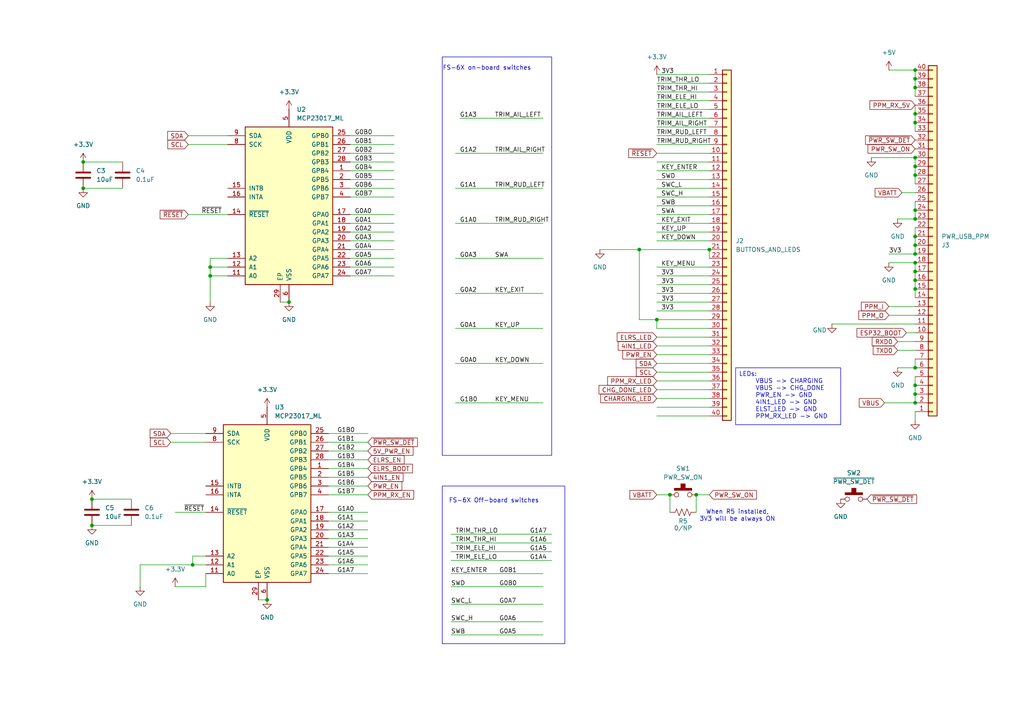
<source format=kicad_sch>
(kicad_sch
	(version 20231120)
	(generator "eeschema")
	(generator_version "8.0")
	(uuid "7913f3b0-07f7-48cf-ba54-35c47cec239d")
	(paper "A4")
	(lib_symbols
		(symbol "0my_project:Tactile_Switch_2P"
			(pin_numbers hide)
			(pin_names
				(offset 0) hide)
			(exclude_from_sim no)
			(in_bom yes)
			(on_board yes)
			(property "Reference" "SW"
				(at 3.175 3.81 0)
				(effects
					(font
						(size 1.27 1.27)
					)
				)
			)
			(property "Value" "Tactile_Switch_2P"
				(at 0 -2.54 0)
				(effects
					(font
						(size 1.27 1.27)
					)
				)
			)
			(property "Footprint" ""
				(at 0 0 0)
				(effects
					(font
						(size 1.27 1.27)
					)
					(hide yes)
				)
			)
			(property "Datasheet" ""
				(at 0 0 0)
				(effects
					(font
						(size 1.27 1.27)
					)
					(hide yes)
				)
			)
			(property "Description" "Tactile switch"
				(at 0 0 0)
				(effects
					(font
						(size 1.27 1.27)
					)
					(hide yes)
				)
			)
			(property "ki_keywords" "push switch"
				(at 0 0 0)
				(effects
					(font
						(size 1.27 1.27)
					)
					(hide yes)
				)
			)
			(property "ki_fp_filters" "TVAF06-A020B-R"
				(at 0 0 0)
				(effects
					(font
						(size 1.27 1.27)
					)
					(hide yes)
				)
			)
			(symbol "Tactile_Switch_2P_0_1"
				(rectangle
					(start -2.54 1.27)
					(end 2.54 1.905)
					(stroke
						(width 0)
						(type default)
					)
					(fill
						(type outline)
					)
				)
				(circle
					(center -1.905 0)
					(radius 0.635)
					(stroke
						(width 0)
						(type default)
					)
					(fill
						(type none)
					)
				)
				(rectangle
					(start -0.635 1.905)
					(end 0.635 3.175)
					(stroke
						(width 0)
						(type default)
					)
					(fill
						(type outline)
					)
				)
				(circle
					(center 1.905 0)
					(radius 0.635)
					(stroke
						(width 0)
						(type default)
					)
					(fill
						(type none)
					)
				)
			)
			(symbol "Tactile_Switch_2P_1_1"
				(pin passive line
					(at -3.81 0 0)
					(length 1.27)
					(name "2"
						(effects
							(font
								(size 1.27 1.27)
							)
						)
					)
					(number "1"
						(effects
							(font
								(size 1.27 1.27)
							)
						)
					)
				)
				(pin passive line
					(at 3.81 0 180)
					(length 1.27)
					(name "2"
						(effects
							(font
								(size 1.27 1.27)
							)
						)
					)
					(number "2"
						(effects
							(font
								(size 1.27 1.27)
							)
						)
					)
				)
			)
		)
		(symbol "Connector_Generic:Conn_01x40"
			(pin_names
				(offset 1.016) hide)
			(exclude_from_sim no)
			(in_bom yes)
			(on_board yes)
			(property "Reference" "J"
				(at 0 50.8 0)
				(effects
					(font
						(size 1.27 1.27)
					)
				)
			)
			(property "Value" "Conn_01x40"
				(at 0 -53.34 0)
				(effects
					(font
						(size 1.27 1.27)
					)
				)
			)
			(property "Footprint" ""
				(at 0 0 0)
				(effects
					(font
						(size 1.27 1.27)
					)
					(hide yes)
				)
			)
			(property "Datasheet" "~"
				(at 0 0 0)
				(effects
					(font
						(size 1.27 1.27)
					)
					(hide yes)
				)
			)
			(property "Description" "Generic connector, single row, 01x40, script generated (kicad-library-utils/schlib/autogen/connector/)"
				(at 0 0 0)
				(effects
					(font
						(size 1.27 1.27)
					)
					(hide yes)
				)
			)
			(property "ki_keywords" "connector"
				(at 0 0 0)
				(effects
					(font
						(size 1.27 1.27)
					)
					(hide yes)
				)
			)
			(property "ki_fp_filters" "Connector*:*_1x??_*"
				(at 0 0 0)
				(effects
					(font
						(size 1.27 1.27)
					)
					(hide yes)
				)
			)
			(symbol "Conn_01x40_1_1"
				(rectangle
					(start -1.27 -50.673)
					(end 0 -50.927)
					(stroke
						(width 0.1524)
						(type default)
					)
					(fill
						(type none)
					)
				)
				(rectangle
					(start -1.27 -48.133)
					(end 0 -48.387)
					(stroke
						(width 0.1524)
						(type default)
					)
					(fill
						(type none)
					)
				)
				(rectangle
					(start -1.27 -45.593)
					(end 0 -45.847)
					(stroke
						(width 0.1524)
						(type default)
					)
					(fill
						(type none)
					)
				)
				(rectangle
					(start -1.27 -43.053)
					(end 0 -43.307)
					(stroke
						(width 0.1524)
						(type default)
					)
					(fill
						(type none)
					)
				)
				(rectangle
					(start -1.27 -40.513)
					(end 0 -40.767)
					(stroke
						(width 0.1524)
						(type default)
					)
					(fill
						(type none)
					)
				)
				(rectangle
					(start -1.27 -37.973)
					(end 0 -38.227)
					(stroke
						(width 0.1524)
						(type default)
					)
					(fill
						(type none)
					)
				)
				(rectangle
					(start -1.27 -35.433)
					(end 0 -35.687)
					(stroke
						(width 0.1524)
						(type default)
					)
					(fill
						(type none)
					)
				)
				(rectangle
					(start -1.27 -32.893)
					(end 0 -33.147)
					(stroke
						(width 0.1524)
						(type default)
					)
					(fill
						(type none)
					)
				)
				(rectangle
					(start -1.27 -30.353)
					(end 0 -30.607)
					(stroke
						(width 0.1524)
						(type default)
					)
					(fill
						(type none)
					)
				)
				(rectangle
					(start -1.27 -27.813)
					(end 0 -28.067)
					(stroke
						(width 0.1524)
						(type default)
					)
					(fill
						(type none)
					)
				)
				(rectangle
					(start -1.27 -25.273)
					(end 0 -25.527)
					(stroke
						(width 0.1524)
						(type default)
					)
					(fill
						(type none)
					)
				)
				(rectangle
					(start -1.27 -22.733)
					(end 0 -22.987)
					(stroke
						(width 0.1524)
						(type default)
					)
					(fill
						(type none)
					)
				)
				(rectangle
					(start -1.27 -20.193)
					(end 0 -20.447)
					(stroke
						(width 0.1524)
						(type default)
					)
					(fill
						(type none)
					)
				)
				(rectangle
					(start -1.27 -17.653)
					(end 0 -17.907)
					(stroke
						(width 0.1524)
						(type default)
					)
					(fill
						(type none)
					)
				)
				(rectangle
					(start -1.27 -15.113)
					(end 0 -15.367)
					(stroke
						(width 0.1524)
						(type default)
					)
					(fill
						(type none)
					)
				)
				(rectangle
					(start -1.27 -12.573)
					(end 0 -12.827)
					(stroke
						(width 0.1524)
						(type default)
					)
					(fill
						(type none)
					)
				)
				(rectangle
					(start -1.27 -10.033)
					(end 0 -10.287)
					(stroke
						(width 0.1524)
						(type default)
					)
					(fill
						(type none)
					)
				)
				(rectangle
					(start -1.27 -7.493)
					(end 0 -7.747)
					(stroke
						(width 0.1524)
						(type default)
					)
					(fill
						(type none)
					)
				)
				(rectangle
					(start -1.27 -4.953)
					(end 0 -5.207)
					(stroke
						(width 0.1524)
						(type default)
					)
					(fill
						(type none)
					)
				)
				(rectangle
					(start -1.27 -2.413)
					(end 0 -2.667)
					(stroke
						(width 0.1524)
						(type default)
					)
					(fill
						(type none)
					)
				)
				(rectangle
					(start -1.27 0.127)
					(end 0 -0.127)
					(stroke
						(width 0.1524)
						(type default)
					)
					(fill
						(type none)
					)
				)
				(rectangle
					(start -1.27 2.667)
					(end 0 2.413)
					(stroke
						(width 0.1524)
						(type default)
					)
					(fill
						(type none)
					)
				)
				(rectangle
					(start -1.27 5.207)
					(end 0 4.953)
					(stroke
						(width 0.1524)
						(type default)
					)
					(fill
						(type none)
					)
				)
				(rectangle
					(start -1.27 7.747)
					(end 0 7.493)
					(stroke
						(width 0.1524)
						(type default)
					)
					(fill
						(type none)
					)
				)
				(rectangle
					(start -1.27 10.287)
					(end 0 10.033)
					(stroke
						(width 0.1524)
						(type default)
					)
					(fill
						(type none)
					)
				)
				(rectangle
					(start -1.27 12.827)
					(end 0 12.573)
					(stroke
						(width 0.1524)
						(type default)
					)
					(fill
						(type none)
					)
				)
				(rectangle
					(start -1.27 15.367)
					(end 0 15.113)
					(stroke
						(width 0.1524)
						(type default)
					)
					(fill
						(type none)
					)
				)
				(rectangle
					(start -1.27 17.907)
					(end 0 17.653)
					(stroke
						(width 0.1524)
						(type default)
					)
					(fill
						(type none)
					)
				)
				(rectangle
					(start -1.27 20.447)
					(end 0 20.193)
					(stroke
						(width 0.1524)
						(type default)
					)
					(fill
						(type none)
					)
				)
				(rectangle
					(start -1.27 22.987)
					(end 0 22.733)
					(stroke
						(width 0.1524)
						(type default)
					)
					(fill
						(type none)
					)
				)
				(rectangle
					(start -1.27 25.527)
					(end 0 25.273)
					(stroke
						(width 0.1524)
						(type default)
					)
					(fill
						(type none)
					)
				)
				(rectangle
					(start -1.27 28.067)
					(end 0 27.813)
					(stroke
						(width 0.1524)
						(type default)
					)
					(fill
						(type none)
					)
				)
				(rectangle
					(start -1.27 30.607)
					(end 0 30.353)
					(stroke
						(width 0.1524)
						(type default)
					)
					(fill
						(type none)
					)
				)
				(rectangle
					(start -1.27 33.147)
					(end 0 32.893)
					(stroke
						(width 0.1524)
						(type default)
					)
					(fill
						(type none)
					)
				)
				(rectangle
					(start -1.27 35.687)
					(end 0 35.433)
					(stroke
						(width 0.1524)
						(type default)
					)
					(fill
						(type none)
					)
				)
				(rectangle
					(start -1.27 38.227)
					(end 0 37.973)
					(stroke
						(width 0.1524)
						(type default)
					)
					(fill
						(type none)
					)
				)
				(rectangle
					(start -1.27 40.767)
					(end 0 40.513)
					(stroke
						(width 0.1524)
						(type default)
					)
					(fill
						(type none)
					)
				)
				(rectangle
					(start -1.27 43.307)
					(end 0 43.053)
					(stroke
						(width 0.1524)
						(type default)
					)
					(fill
						(type none)
					)
				)
				(rectangle
					(start -1.27 45.847)
					(end 0 45.593)
					(stroke
						(width 0.1524)
						(type default)
					)
					(fill
						(type none)
					)
				)
				(rectangle
					(start -1.27 48.387)
					(end 0 48.133)
					(stroke
						(width 0.1524)
						(type default)
					)
					(fill
						(type none)
					)
				)
				(rectangle
					(start -1.27 49.53)
					(end 1.27 -52.07)
					(stroke
						(width 0.254)
						(type default)
					)
					(fill
						(type background)
					)
				)
				(pin passive line
					(at -5.08 48.26 0)
					(length 3.81)
					(name "Pin_1"
						(effects
							(font
								(size 1.27 1.27)
							)
						)
					)
					(number "1"
						(effects
							(font
								(size 1.27 1.27)
							)
						)
					)
				)
				(pin passive line
					(at -5.08 25.4 0)
					(length 3.81)
					(name "Pin_10"
						(effects
							(font
								(size 1.27 1.27)
							)
						)
					)
					(number "10"
						(effects
							(font
								(size 1.27 1.27)
							)
						)
					)
				)
				(pin passive line
					(at -5.08 22.86 0)
					(length 3.81)
					(name "Pin_11"
						(effects
							(font
								(size 1.27 1.27)
							)
						)
					)
					(number "11"
						(effects
							(font
								(size 1.27 1.27)
							)
						)
					)
				)
				(pin passive line
					(at -5.08 20.32 0)
					(length 3.81)
					(name "Pin_12"
						(effects
							(font
								(size 1.27 1.27)
							)
						)
					)
					(number "12"
						(effects
							(font
								(size 1.27 1.27)
							)
						)
					)
				)
				(pin passive line
					(at -5.08 17.78 0)
					(length 3.81)
					(name "Pin_13"
						(effects
							(font
								(size 1.27 1.27)
							)
						)
					)
					(number "13"
						(effects
							(font
								(size 1.27 1.27)
							)
						)
					)
				)
				(pin passive line
					(at -5.08 15.24 0)
					(length 3.81)
					(name "Pin_14"
						(effects
							(font
								(size 1.27 1.27)
							)
						)
					)
					(number "14"
						(effects
							(font
								(size 1.27 1.27)
							)
						)
					)
				)
				(pin passive line
					(at -5.08 12.7 0)
					(length 3.81)
					(name "Pin_15"
						(effects
							(font
								(size 1.27 1.27)
							)
						)
					)
					(number "15"
						(effects
							(font
								(size 1.27 1.27)
							)
						)
					)
				)
				(pin passive line
					(at -5.08 10.16 0)
					(length 3.81)
					(name "Pin_16"
						(effects
							(font
								(size 1.27 1.27)
							)
						)
					)
					(number "16"
						(effects
							(font
								(size 1.27 1.27)
							)
						)
					)
				)
				(pin passive line
					(at -5.08 7.62 0)
					(length 3.81)
					(name "Pin_17"
						(effects
							(font
								(size 1.27 1.27)
							)
						)
					)
					(number "17"
						(effects
							(font
								(size 1.27 1.27)
							)
						)
					)
				)
				(pin passive line
					(at -5.08 5.08 0)
					(length 3.81)
					(name "Pin_18"
						(effects
							(font
								(size 1.27 1.27)
							)
						)
					)
					(number "18"
						(effects
							(font
								(size 1.27 1.27)
							)
						)
					)
				)
				(pin passive line
					(at -5.08 2.54 0)
					(length 3.81)
					(name "Pin_19"
						(effects
							(font
								(size 1.27 1.27)
							)
						)
					)
					(number "19"
						(effects
							(font
								(size 1.27 1.27)
							)
						)
					)
				)
				(pin passive line
					(at -5.08 45.72 0)
					(length 3.81)
					(name "Pin_2"
						(effects
							(font
								(size 1.27 1.27)
							)
						)
					)
					(number "2"
						(effects
							(font
								(size 1.27 1.27)
							)
						)
					)
				)
				(pin passive line
					(at -5.08 0 0)
					(length 3.81)
					(name "Pin_20"
						(effects
							(font
								(size 1.27 1.27)
							)
						)
					)
					(number "20"
						(effects
							(font
								(size 1.27 1.27)
							)
						)
					)
				)
				(pin passive line
					(at -5.08 -2.54 0)
					(length 3.81)
					(name "Pin_21"
						(effects
							(font
								(size 1.27 1.27)
							)
						)
					)
					(number "21"
						(effects
							(font
								(size 1.27 1.27)
							)
						)
					)
				)
				(pin passive line
					(at -5.08 -5.08 0)
					(length 3.81)
					(name "Pin_22"
						(effects
							(font
								(size 1.27 1.27)
							)
						)
					)
					(number "22"
						(effects
							(font
								(size 1.27 1.27)
							)
						)
					)
				)
				(pin passive line
					(at -5.08 -7.62 0)
					(length 3.81)
					(name "Pin_23"
						(effects
							(font
								(size 1.27 1.27)
							)
						)
					)
					(number "23"
						(effects
							(font
								(size 1.27 1.27)
							)
						)
					)
				)
				(pin passive line
					(at -5.08 -10.16 0)
					(length 3.81)
					(name "Pin_24"
						(effects
							(font
								(size 1.27 1.27)
							)
						)
					)
					(number "24"
						(effects
							(font
								(size 1.27 1.27)
							)
						)
					)
				)
				(pin passive line
					(at -5.08 -12.7 0)
					(length 3.81)
					(name "Pin_25"
						(effects
							(font
								(size 1.27 1.27)
							)
						)
					)
					(number "25"
						(effects
							(font
								(size 1.27 1.27)
							)
						)
					)
				)
				(pin passive line
					(at -5.08 -15.24 0)
					(length 3.81)
					(name "Pin_26"
						(effects
							(font
								(size 1.27 1.27)
							)
						)
					)
					(number "26"
						(effects
							(font
								(size 1.27 1.27)
							)
						)
					)
				)
				(pin passive line
					(at -5.08 -17.78 0)
					(length 3.81)
					(name "Pin_27"
						(effects
							(font
								(size 1.27 1.27)
							)
						)
					)
					(number "27"
						(effects
							(font
								(size 1.27 1.27)
							)
						)
					)
				)
				(pin passive line
					(at -5.08 -20.32 0)
					(length 3.81)
					(name "Pin_28"
						(effects
							(font
								(size 1.27 1.27)
							)
						)
					)
					(number "28"
						(effects
							(font
								(size 1.27 1.27)
							)
						)
					)
				)
				(pin passive line
					(at -5.08 -22.86 0)
					(length 3.81)
					(name "Pin_29"
						(effects
							(font
								(size 1.27 1.27)
							)
						)
					)
					(number "29"
						(effects
							(font
								(size 1.27 1.27)
							)
						)
					)
				)
				(pin passive line
					(at -5.08 43.18 0)
					(length 3.81)
					(name "Pin_3"
						(effects
							(font
								(size 1.27 1.27)
							)
						)
					)
					(number "3"
						(effects
							(font
								(size 1.27 1.27)
							)
						)
					)
				)
				(pin passive line
					(at -5.08 -25.4 0)
					(length 3.81)
					(name "Pin_30"
						(effects
							(font
								(size 1.27 1.27)
							)
						)
					)
					(number "30"
						(effects
							(font
								(size 1.27 1.27)
							)
						)
					)
				)
				(pin passive line
					(at -5.08 -27.94 0)
					(length 3.81)
					(name "Pin_31"
						(effects
							(font
								(size 1.27 1.27)
							)
						)
					)
					(number "31"
						(effects
							(font
								(size 1.27 1.27)
							)
						)
					)
				)
				(pin passive line
					(at -5.08 -30.48 0)
					(length 3.81)
					(name "Pin_32"
						(effects
							(font
								(size 1.27 1.27)
							)
						)
					)
					(number "32"
						(effects
							(font
								(size 1.27 1.27)
							)
						)
					)
				)
				(pin passive line
					(at -5.08 -33.02 0)
					(length 3.81)
					(name "Pin_33"
						(effects
							(font
								(size 1.27 1.27)
							)
						)
					)
					(number "33"
						(effects
							(font
								(size 1.27 1.27)
							)
						)
					)
				)
				(pin passive line
					(at -5.08 -35.56 0)
					(length 3.81)
					(name "Pin_34"
						(effects
							(font
								(size 1.27 1.27)
							)
						)
					)
					(number "34"
						(effects
							(font
								(size 1.27 1.27)
							)
						)
					)
				)
				(pin passive line
					(at -5.08 -38.1 0)
					(length 3.81)
					(name "Pin_35"
						(effects
							(font
								(size 1.27 1.27)
							)
						)
					)
					(number "35"
						(effects
							(font
								(size 1.27 1.27)
							)
						)
					)
				)
				(pin passive line
					(at -5.08 -40.64 0)
					(length 3.81)
					(name "Pin_36"
						(effects
							(font
								(size 1.27 1.27)
							)
						)
					)
					(number "36"
						(effects
							(font
								(size 1.27 1.27)
							)
						)
					)
				)
				(pin passive line
					(at -5.08 -43.18 0)
					(length 3.81)
					(name "Pin_37"
						(effects
							(font
								(size 1.27 1.27)
							)
						)
					)
					(number "37"
						(effects
							(font
								(size 1.27 1.27)
							)
						)
					)
				)
				(pin passive line
					(at -5.08 -45.72 0)
					(length 3.81)
					(name "Pin_38"
						(effects
							(font
								(size 1.27 1.27)
							)
						)
					)
					(number "38"
						(effects
							(font
								(size 1.27 1.27)
							)
						)
					)
				)
				(pin passive line
					(at -5.08 -48.26 0)
					(length 3.81)
					(name "Pin_39"
						(effects
							(font
								(size 1.27 1.27)
							)
						)
					)
					(number "39"
						(effects
							(font
								(size 1.27 1.27)
							)
						)
					)
				)
				(pin passive line
					(at -5.08 40.64 0)
					(length 3.81)
					(name "Pin_4"
						(effects
							(font
								(size 1.27 1.27)
							)
						)
					)
					(number "4"
						(effects
							(font
								(size 1.27 1.27)
							)
						)
					)
				)
				(pin passive line
					(at -5.08 -50.8 0)
					(length 3.81)
					(name "Pin_40"
						(effects
							(font
								(size 1.27 1.27)
							)
						)
					)
					(number "40"
						(effects
							(font
								(size 1.27 1.27)
							)
						)
					)
				)
				(pin passive line
					(at -5.08 38.1 0)
					(length 3.81)
					(name "Pin_5"
						(effects
							(font
								(size 1.27 1.27)
							)
						)
					)
					(number "5"
						(effects
							(font
								(size 1.27 1.27)
							)
						)
					)
				)
				(pin passive line
					(at -5.08 35.56 0)
					(length 3.81)
					(name "Pin_6"
						(effects
							(font
								(size 1.27 1.27)
							)
						)
					)
					(number "6"
						(effects
							(font
								(size 1.27 1.27)
							)
						)
					)
				)
				(pin passive line
					(at -5.08 33.02 0)
					(length 3.81)
					(name "Pin_7"
						(effects
							(font
								(size 1.27 1.27)
							)
						)
					)
					(number "7"
						(effects
							(font
								(size 1.27 1.27)
							)
						)
					)
				)
				(pin passive line
					(at -5.08 30.48 0)
					(length 3.81)
					(name "Pin_8"
						(effects
							(font
								(size 1.27 1.27)
							)
						)
					)
					(number "8"
						(effects
							(font
								(size 1.27 1.27)
							)
						)
					)
				)
				(pin passive line
					(at -5.08 27.94 0)
					(length 3.81)
					(name "Pin_9"
						(effects
							(font
								(size 1.27 1.27)
							)
						)
					)
					(number "9"
						(effects
							(font
								(size 1.27 1.27)
							)
						)
					)
				)
			)
		)
		(symbol "Device:C"
			(pin_numbers hide)
			(pin_names
				(offset 0.254)
			)
			(exclude_from_sim no)
			(in_bom yes)
			(on_board yes)
			(property "Reference" "C"
				(at 0.635 2.54 0)
				(effects
					(font
						(size 1.27 1.27)
					)
					(justify left)
				)
			)
			(property "Value" "C"
				(at 0.635 -2.54 0)
				(effects
					(font
						(size 1.27 1.27)
					)
					(justify left)
				)
			)
			(property "Footprint" ""
				(at 0.9652 -3.81 0)
				(effects
					(font
						(size 1.27 1.27)
					)
					(hide yes)
				)
			)
			(property "Datasheet" "~"
				(at 0 0 0)
				(effects
					(font
						(size 1.27 1.27)
					)
					(hide yes)
				)
			)
			(property "Description" "Unpolarized capacitor"
				(at 0 0 0)
				(effects
					(font
						(size 1.27 1.27)
					)
					(hide yes)
				)
			)
			(property "ki_keywords" "cap capacitor"
				(at 0 0 0)
				(effects
					(font
						(size 1.27 1.27)
					)
					(hide yes)
				)
			)
			(property "ki_fp_filters" "C_*"
				(at 0 0 0)
				(effects
					(font
						(size 1.27 1.27)
					)
					(hide yes)
				)
			)
			(symbol "C_0_1"
				(polyline
					(pts
						(xy -2.032 -0.762) (xy 2.032 -0.762)
					)
					(stroke
						(width 0.508)
						(type default)
					)
					(fill
						(type none)
					)
				)
				(polyline
					(pts
						(xy -2.032 0.762) (xy 2.032 0.762)
					)
					(stroke
						(width 0.508)
						(type default)
					)
					(fill
						(type none)
					)
				)
			)
			(symbol "C_1_1"
				(pin passive line
					(at 0 3.81 270)
					(length 2.794)
					(name "~"
						(effects
							(font
								(size 1.27 1.27)
							)
						)
					)
					(number "1"
						(effects
							(font
								(size 1.27 1.27)
							)
						)
					)
				)
				(pin passive line
					(at 0 -3.81 90)
					(length 2.794)
					(name "~"
						(effects
							(font
								(size 1.27 1.27)
							)
						)
					)
					(number "2"
						(effects
							(font
								(size 1.27 1.27)
							)
						)
					)
				)
			)
		)
		(symbol "Device:R_US"
			(pin_numbers hide)
			(pin_names
				(offset 0)
			)
			(exclude_from_sim no)
			(in_bom yes)
			(on_board yes)
			(property "Reference" "R"
				(at 2.54 0 90)
				(effects
					(font
						(size 1.27 1.27)
					)
				)
			)
			(property "Value" "R_US"
				(at -2.54 0 90)
				(effects
					(font
						(size 1.27 1.27)
					)
				)
			)
			(property "Footprint" ""
				(at 1.016 -0.254 90)
				(effects
					(font
						(size 1.27 1.27)
					)
					(hide yes)
				)
			)
			(property "Datasheet" "~"
				(at 0 0 0)
				(effects
					(font
						(size 1.27 1.27)
					)
					(hide yes)
				)
			)
			(property "Description" "Resistor, US symbol"
				(at 0 0 0)
				(effects
					(font
						(size 1.27 1.27)
					)
					(hide yes)
				)
			)
			(property "ki_keywords" "R res resistor"
				(at 0 0 0)
				(effects
					(font
						(size 1.27 1.27)
					)
					(hide yes)
				)
			)
			(property "ki_fp_filters" "R_*"
				(at 0 0 0)
				(effects
					(font
						(size 1.27 1.27)
					)
					(hide yes)
				)
			)
			(symbol "R_US_0_1"
				(polyline
					(pts
						(xy 0 -2.286) (xy 0 -2.54)
					)
					(stroke
						(width 0)
						(type default)
					)
					(fill
						(type none)
					)
				)
				(polyline
					(pts
						(xy 0 2.286) (xy 0 2.54)
					)
					(stroke
						(width 0)
						(type default)
					)
					(fill
						(type none)
					)
				)
				(polyline
					(pts
						(xy 0 -0.762) (xy 1.016 -1.143) (xy 0 -1.524) (xy -1.016 -1.905) (xy 0 -2.286)
					)
					(stroke
						(width 0)
						(type default)
					)
					(fill
						(type none)
					)
				)
				(polyline
					(pts
						(xy 0 0.762) (xy 1.016 0.381) (xy 0 0) (xy -1.016 -0.381) (xy 0 -0.762)
					)
					(stroke
						(width 0)
						(type default)
					)
					(fill
						(type none)
					)
				)
				(polyline
					(pts
						(xy 0 2.286) (xy 1.016 1.905) (xy 0 1.524) (xy -1.016 1.143) (xy 0 0.762)
					)
					(stroke
						(width 0)
						(type default)
					)
					(fill
						(type none)
					)
				)
			)
			(symbol "R_US_1_1"
				(pin passive line
					(at 0 3.81 270)
					(length 1.27)
					(name "~"
						(effects
							(font
								(size 1.27 1.27)
							)
						)
					)
					(number "1"
						(effects
							(font
								(size 1.27 1.27)
							)
						)
					)
				)
				(pin passive line
					(at 0 -3.81 90)
					(length 1.27)
					(name "~"
						(effects
							(font
								(size 1.27 1.27)
							)
						)
					)
					(number "2"
						(effects
							(font
								(size 1.27 1.27)
							)
						)
					)
				)
			)
		)
		(symbol "Interface_Expansion:MCP23017_ML"
			(pin_names
				(offset 1.016)
			)
			(exclude_from_sim no)
			(in_bom yes)
			(on_board yes)
			(property "Reference" "U"
				(at -11.43 24.13 0)
				(effects
					(font
						(size 1.27 1.27)
					)
				)
			)
			(property "Value" "MCP23017_ML"
				(at 0 0 0)
				(effects
					(font
						(size 1.27 1.27)
					)
				)
			)
			(property "Footprint" "Package_DFN_QFN:QFN-28-1EP_6x6mm_P0.65mm_EP4.25x4.25mm"
				(at 5.08 -25.4 0)
				(effects
					(font
						(size 1.27 1.27)
					)
					(justify left)
					(hide yes)
				)
			)
			(property "Datasheet" "http://ww1.microchip.com/downloads/en/DeviceDoc/20001952C.pdf"
				(at 5.08 -27.94 0)
				(effects
					(font
						(size 1.27 1.27)
					)
					(justify left)
					(hide yes)
				)
			)
			(property "Description" "16-bit I/O expander, I2C, interrupts, w pull-ups, QFN-28"
				(at 0 0 0)
				(effects
					(font
						(size 1.27 1.27)
					)
					(hide yes)
				)
			)
			(property "ki_keywords" "I2C parallel port expander"
				(at 0 0 0)
				(effects
					(font
						(size 1.27 1.27)
					)
					(hide yes)
				)
			)
			(property "ki_fp_filters" "QFN*6x6mm*P0.65mm*"
				(at 0 0 0)
				(effects
					(font
						(size 1.27 1.27)
					)
					(hide yes)
				)
			)
			(symbol "MCP23017_ML_0_1"
				(rectangle
					(start -12.7 22.86)
					(end 12.7 -22.86)
					(stroke
						(width 0.254)
						(type default)
					)
					(fill
						(type background)
					)
				)
			)
			(symbol "MCP23017_ML_1_1"
				(pin bidirectional line
					(at 17.78 10.16 180)
					(length 5.08)
					(name "GPB4"
						(effects
							(font
								(size 1.27 1.27)
							)
						)
					)
					(number "1"
						(effects
							(font
								(size 1.27 1.27)
							)
						)
					)
				)
				(pin no_connect line
					(at -12.7 12.7 0)
					(length 5.08) hide
					(name "NC"
						(effects
							(font
								(size 1.27 1.27)
							)
						)
					)
					(number "10"
						(effects
							(font
								(size 1.27 1.27)
							)
						)
					)
				)
				(pin input line
					(at -17.78 -20.32 0)
					(length 5.08)
					(name "A0"
						(effects
							(font
								(size 1.27 1.27)
							)
						)
					)
					(number "11"
						(effects
							(font
								(size 1.27 1.27)
							)
						)
					)
				)
				(pin input line
					(at -17.78 -17.78 0)
					(length 5.08)
					(name "A1"
						(effects
							(font
								(size 1.27 1.27)
							)
						)
					)
					(number "12"
						(effects
							(font
								(size 1.27 1.27)
							)
						)
					)
				)
				(pin input line
					(at -17.78 -15.24 0)
					(length 5.08)
					(name "A2"
						(effects
							(font
								(size 1.27 1.27)
							)
						)
					)
					(number "13"
						(effects
							(font
								(size 1.27 1.27)
							)
						)
					)
				)
				(pin input line
					(at -17.78 -2.54 0)
					(length 5.08)
					(name "~{RESET}"
						(effects
							(font
								(size 1.27 1.27)
							)
						)
					)
					(number "14"
						(effects
							(font
								(size 1.27 1.27)
							)
						)
					)
				)
				(pin tri_state line
					(at -17.78 5.08 0)
					(length 5.08)
					(name "INTB"
						(effects
							(font
								(size 1.27 1.27)
							)
						)
					)
					(number "15"
						(effects
							(font
								(size 1.27 1.27)
							)
						)
					)
				)
				(pin tri_state line
					(at -17.78 2.54 0)
					(length 5.08)
					(name "INTA"
						(effects
							(font
								(size 1.27 1.27)
							)
						)
					)
					(number "16"
						(effects
							(font
								(size 1.27 1.27)
							)
						)
					)
				)
				(pin bidirectional line
					(at 17.78 -2.54 180)
					(length 5.08)
					(name "GPA0"
						(effects
							(font
								(size 1.27 1.27)
							)
						)
					)
					(number "17"
						(effects
							(font
								(size 1.27 1.27)
							)
						)
					)
				)
				(pin bidirectional line
					(at 17.78 -5.08 180)
					(length 5.08)
					(name "GPA1"
						(effects
							(font
								(size 1.27 1.27)
							)
						)
					)
					(number "18"
						(effects
							(font
								(size 1.27 1.27)
							)
						)
					)
				)
				(pin bidirectional line
					(at 17.78 -7.62 180)
					(length 5.08)
					(name "GPA2"
						(effects
							(font
								(size 1.27 1.27)
							)
						)
					)
					(number "19"
						(effects
							(font
								(size 1.27 1.27)
							)
						)
					)
				)
				(pin bidirectional line
					(at 17.78 7.62 180)
					(length 5.08)
					(name "GPB5"
						(effects
							(font
								(size 1.27 1.27)
							)
						)
					)
					(number "2"
						(effects
							(font
								(size 1.27 1.27)
							)
						)
					)
				)
				(pin bidirectional line
					(at 17.78 -10.16 180)
					(length 5.08)
					(name "GPA3"
						(effects
							(font
								(size 1.27 1.27)
							)
						)
					)
					(number "20"
						(effects
							(font
								(size 1.27 1.27)
							)
						)
					)
				)
				(pin bidirectional line
					(at 17.78 -12.7 180)
					(length 5.08)
					(name "GPA4"
						(effects
							(font
								(size 1.27 1.27)
							)
						)
					)
					(number "21"
						(effects
							(font
								(size 1.27 1.27)
							)
						)
					)
				)
				(pin bidirectional line
					(at 17.78 -15.24 180)
					(length 5.08)
					(name "GPA5"
						(effects
							(font
								(size 1.27 1.27)
							)
						)
					)
					(number "22"
						(effects
							(font
								(size 1.27 1.27)
							)
						)
					)
				)
				(pin bidirectional line
					(at 17.78 -17.78 180)
					(length 5.08)
					(name "GPA6"
						(effects
							(font
								(size 1.27 1.27)
							)
						)
					)
					(number "23"
						(effects
							(font
								(size 1.27 1.27)
							)
						)
					)
				)
				(pin bidirectional line
					(at 17.78 -20.32 180)
					(length 5.08)
					(name "GPA7"
						(effects
							(font
								(size 1.27 1.27)
							)
						)
					)
					(number "24"
						(effects
							(font
								(size 1.27 1.27)
							)
						)
					)
				)
				(pin bidirectional line
					(at 17.78 20.32 180)
					(length 5.08)
					(name "GPB0"
						(effects
							(font
								(size 1.27 1.27)
							)
						)
					)
					(number "25"
						(effects
							(font
								(size 1.27 1.27)
							)
						)
					)
				)
				(pin bidirectional line
					(at 17.78 17.78 180)
					(length 5.08)
					(name "GPB1"
						(effects
							(font
								(size 1.27 1.27)
							)
						)
					)
					(number "26"
						(effects
							(font
								(size 1.27 1.27)
							)
						)
					)
				)
				(pin bidirectional line
					(at 17.78 15.24 180)
					(length 5.08)
					(name "GPB2"
						(effects
							(font
								(size 1.27 1.27)
							)
						)
					)
					(number "27"
						(effects
							(font
								(size 1.27 1.27)
							)
						)
					)
				)
				(pin bidirectional line
					(at 17.78 12.7 180)
					(length 5.08)
					(name "GPB3"
						(effects
							(font
								(size 1.27 1.27)
							)
						)
					)
					(number "28"
						(effects
							(font
								(size 1.27 1.27)
							)
						)
					)
				)
				(pin passive line
					(at -2.54 -27.94 90)
					(length 5.08)
					(name "EP"
						(effects
							(font
								(size 1.27 1.27)
							)
						)
					)
					(number "29"
						(effects
							(font
								(size 1.27 1.27)
							)
						)
					)
				)
				(pin bidirectional line
					(at 17.78 5.08 180)
					(length 5.08)
					(name "GPB6"
						(effects
							(font
								(size 1.27 1.27)
							)
						)
					)
					(number "3"
						(effects
							(font
								(size 1.27 1.27)
							)
						)
					)
				)
				(pin bidirectional line
					(at 17.78 2.54 180)
					(length 5.08)
					(name "GPB7"
						(effects
							(font
								(size 1.27 1.27)
							)
						)
					)
					(number "4"
						(effects
							(font
								(size 1.27 1.27)
							)
						)
					)
				)
				(pin power_in line
					(at 0 27.94 270)
					(length 5.08)
					(name "VDD"
						(effects
							(font
								(size 1.27 1.27)
							)
						)
					)
					(number "5"
						(effects
							(font
								(size 1.27 1.27)
							)
						)
					)
				)
				(pin power_in line
					(at 0 -27.94 90)
					(length 5.08)
					(name "VSS"
						(effects
							(font
								(size 1.27 1.27)
							)
						)
					)
					(number "6"
						(effects
							(font
								(size 1.27 1.27)
							)
						)
					)
				)
				(pin no_connect line
					(at -12.7 15.24 0)
					(length 5.08) hide
					(name "NC"
						(effects
							(font
								(size 1.27 1.27)
							)
						)
					)
					(number "7"
						(effects
							(font
								(size 1.27 1.27)
							)
						)
					)
				)
				(pin input line
					(at -17.78 17.78 0)
					(length 5.08)
					(name "SCK"
						(effects
							(font
								(size 1.27 1.27)
							)
						)
					)
					(number "8"
						(effects
							(font
								(size 1.27 1.27)
							)
						)
					)
				)
				(pin bidirectional line
					(at -17.78 20.32 0)
					(length 5.08)
					(name "SDA"
						(effects
							(font
								(size 1.27 1.27)
							)
						)
					)
					(number "9"
						(effects
							(font
								(size 1.27 1.27)
							)
						)
					)
				)
			)
		)
		(symbol "power:+3.3V"
			(power)
			(pin_numbers hide)
			(pin_names
				(offset 0) hide)
			(exclude_from_sim no)
			(in_bom yes)
			(on_board yes)
			(property "Reference" "#PWR"
				(at 0 -3.81 0)
				(effects
					(font
						(size 1.27 1.27)
					)
					(hide yes)
				)
			)
			(property "Value" "+3.3V"
				(at 0 3.556 0)
				(effects
					(font
						(size 1.27 1.27)
					)
				)
			)
			(property "Footprint" ""
				(at 0 0 0)
				(effects
					(font
						(size 1.27 1.27)
					)
					(hide yes)
				)
			)
			(property "Datasheet" ""
				(at 0 0 0)
				(effects
					(font
						(size 1.27 1.27)
					)
					(hide yes)
				)
			)
			(property "Description" "Power symbol creates a global label with name \"+3.3V\""
				(at 0 0 0)
				(effects
					(font
						(size 1.27 1.27)
					)
					(hide yes)
				)
			)
			(property "ki_keywords" "global power"
				(at 0 0 0)
				(effects
					(font
						(size 1.27 1.27)
					)
					(hide yes)
				)
			)
			(symbol "+3.3V_0_1"
				(polyline
					(pts
						(xy -0.762 1.27) (xy 0 2.54)
					)
					(stroke
						(width 0)
						(type default)
					)
					(fill
						(type none)
					)
				)
				(polyline
					(pts
						(xy 0 0) (xy 0 2.54)
					)
					(stroke
						(width 0)
						(type default)
					)
					(fill
						(type none)
					)
				)
				(polyline
					(pts
						(xy 0 2.54) (xy 0.762 1.27)
					)
					(stroke
						(width 0)
						(type default)
					)
					(fill
						(type none)
					)
				)
			)
			(symbol "+3.3V_1_1"
				(pin power_in line
					(at 0 0 90)
					(length 0)
					(name "~"
						(effects
							(font
								(size 1.27 1.27)
							)
						)
					)
					(number "1"
						(effects
							(font
								(size 1.27 1.27)
							)
						)
					)
				)
			)
		)
		(symbol "power:+5V"
			(power)
			(pin_numbers hide)
			(pin_names
				(offset 0) hide)
			(exclude_from_sim no)
			(in_bom yes)
			(on_board yes)
			(property "Reference" "#PWR"
				(at 0 -3.81 0)
				(effects
					(font
						(size 1.27 1.27)
					)
					(hide yes)
				)
			)
			(property "Value" "+5V"
				(at 0 3.556 0)
				(effects
					(font
						(size 1.27 1.27)
					)
				)
			)
			(property "Footprint" ""
				(at 0 0 0)
				(effects
					(font
						(size 1.27 1.27)
					)
					(hide yes)
				)
			)
			(property "Datasheet" ""
				(at 0 0 0)
				(effects
					(font
						(size 1.27 1.27)
					)
					(hide yes)
				)
			)
			(property "Description" "Power symbol creates a global label with name \"+5V\""
				(at 0 0 0)
				(effects
					(font
						(size 1.27 1.27)
					)
					(hide yes)
				)
			)
			(property "ki_keywords" "global power"
				(at 0 0 0)
				(effects
					(font
						(size 1.27 1.27)
					)
					(hide yes)
				)
			)
			(symbol "+5V_0_1"
				(polyline
					(pts
						(xy -0.762 1.27) (xy 0 2.54)
					)
					(stroke
						(width 0)
						(type default)
					)
					(fill
						(type none)
					)
				)
				(polyline
					(pts
						(xy 0 0) (xy 0 2.54)
					)
					(stroke
						(width 0)
						(type default)
					)
					(fill
						(type none)
					)
				)
				(polyline
					(pts
						(xy 0 2.54) (xy 0.762 1.27)
					)
					(stroke
						(width 0)
						(type default)
					)
					(fill
						(type none)
					)
				)
			)
			(symbol "+5V_1_1"
				(pin power_in line
					(at 0 0 90)
					(length 0)
					(name "~"
						(effects
							(font
								(size 1.27 1.27)
							)
						)
					)
					(number "1"
						(effects
							(font
								(size 1.27 1.27)
							)
						)
					)
				)
			)
		)
		(symbol "power:GND"
			(power)
			(pin_numbers hide)
			(pin_names
				(offset 0) hide)
			(exclude_from_sim no)
			(in_bom yes)
			(on_board yes)
			(property "Reference" "#PWR"
				(at 0 -6.35 0)
				(effects
					(font
						(size 1.27 1.27)
					)
					(hide yes)
				)
			)
			(property "Value" "GND"
				(at 0 -3.81 0)
				(effects
					(font
						(size 1.27 1.27)
					)
				)
			)
			(property "Footprint" ""
				(at 0 0 0)
				(effects
					(font
						(size 1.27 1.27)
					)
					(hide yes)
				)
			)
			(property "Datasheet" ""
				(at 0 0 0)
				(effects
					(font
						(size 1.27 1.27)
					)
					(hide yes)
				)
			)
			(property "Description" "Power symbol creates a global label with name \"GND\" , ground"
				(at 0 0 0)
				(effects
					(font
						(size 1.27 1.27)
					)
					(hide yes)
				)
			)
			(property "ki_keywords" "global power"
				(at 0 0 0)
				(effects
					(font
						(size 1.27 1.27)
					)
					(hide yes)
				)
			)
			(symbol "GND_0_1"
				(polyline
					(pts
						(xy 0 0) (xy 0 -1.27) (xy 1.27 -1.27) (xy 0 -2.54) (xy -1.27 -1.27) (xy 0 -1.27)
					)
					(stroke
						(width 0)
						(type default)
					)
					(fill
						(type none)
					)
				)
			)
			(symbol "GND_1_1"
				(pin power_in line
					(at 0 0 270)
					(length 0)
					(name "~"
						(effects
							(font
								(size 1.27 1.27)
							)
						)
					)
					(number "1"
						(effects
							(font
								(size 1.27 1.27)
							)
						)
					)
				)
			)
		)
	)
	(junction
		(at 265.43 22.86)
		(diameter 0)
		(color 0 0 0 0)
		(uuid "000cb64a-c571-4e8e-a767-7c8d13517dbc")
	)
	(junction
		(at 265.43 45.72)
		(diameter 0)
		(color 0 0 0 0)
		(uuid "148448d4-a9ae-407b-bb23-484989e0e9a8")
	)
	(junction
		(at 265.43 73.66)
		(diameter 0)
		(color 0 0 0 0)
		(uuid "293cb163-0067-47c8-b51f-0c51132b335f")
	)
	(junction
		(at 265.43 81.28)
		(diameter 0)
		(color 0 0 0 0)
		(uuid "29b7bfbf-bce6-4fb7-a027-6db3eec3de09")
	)
	(junction
		(at 83.82 87.63)
		(diameter 0)
		(color 0 0 0 0)
		(uuid "2ad3718f-c785-4f37-bbda-ce3dd1da6c39")
	)
	(junction
		(at 265.43 20.32)
		(diameter 0)
		(color 0 0 0 0)
		(uuid "2c45fa25-4ddb-4720-9667-cf893244627e")
	)
	(junction
		(at 265.43 25.4)
		(diameter 0)
		(color 0 0 0 0)
		(uuid "31db1cf2-ca69-4b62-937b-3ce1c9fcb401")
	)
	(junction
		(at 24.13 46.99)
		(diameter 0)
		(color 0 0 0 0)
		(uuid "428dab14-dd0b-43ae-8b9c-ace091125b24")
	)
	(junction
		(at 265.43 48.26)
		(diameter 0)
		(color 0 0 0 0)
		(uuid "45da7d8b-0677-41b5-a1d4-50c40fa4a6fc")
	)
	(junction
		(at 265.43 35.56)
		(diameter 0)
		(color 0 0 0 0)
		(uuid "45fd8438-f26b-40f6-aca9-911ab06cba92")
	)
	(junction
		(at 185.42 72.39)
		(diameter 0)
		(color 0 0 0 0)
		(uuid "4b3d4d8f-ffe9-4a4c-b026-4946f68764a7")
	)
	(junction
		(at 26.67 152.4)
		(diameter 0)
		(color 0 0 0 0)
		(uuid "5420475b-b2db-444f-8c58-510f50ea8915")
	)
	(junction
		(at 265.43 63.5)
		(diameter 0)
		(color 0 0 0 0)
		(uuid "5de06814-d82c-4bdf-b8e6-c3ed956934a8")
	)
	(junction
		(at 265.43 78.74)
		(diameter 0)
		(color 0 0 0 0)
		(uuid "5f798621-a184-421f-bddc-978387285a5d")
	)
	(junction
		(at 190.5 92.71)
		(diameter 0)
		(color 0 0 0 0)
		(uuid "5fdb0e26-d222-4017-9370-7edb788e07a2")
	)
	(junction
		(at 26.67 144.78)
		(diameter 0)
		(color 0 0 0 0)
		(uuid "60d6b79b-c8ad-44f1-85f2-9667af5041d7")
	)
	(junction
		(at 60.96 77.47)
		(diameter 0)
		(color 0 0 0 0)
		(uuid "64760d78-fd93-4096-aaaa-196e9cadd6e6")
	)
	(junction
		(at 265.43 50.8)
		(diameter 0)
		(color 0 0 0 0)
		(uuid "666a3f87-54fa-45d4-863d-8f298532c192")
	)
	(junction
		(at 201.93 143.51)
		(diameter 0)
		(color 0 0 0 0)
		(uuid "6ab9a76a-f7e1-443a-9b16-193022b09760")
	)
	(junction
		(at 194.31 143.51)
		(diameter 0)
		(color 0 0 0 0)
		(uuid "6e6a0aa7-c298-41b7-8210-ff730a12dc25")
	)
	(junction
		(at 265.43 106.68)
		(diameter 0)
		(color 0 0 0 0)
		(uuid "7fb6e5cc-0a09-46a9-9909-539fd7dea8b7")
	)
	(junction
		(at 55.88 163.83)
		(diameter 0)
		(color 0 0 0 0)
		(uuid "891201e6-1dab-464c-99a7-0eb0b759e771")
	)
	(junction
		(at 265.43 116.84)
		(diameter 0)
		(color 0 0 0 0)
		(uuid "90935416-12ec-4cd0-afc9-3c1c6ff09fd0")
	)
	(junction
		(at 265.43 83.82)
		(diameter 0)
		(color 0 0 0 0)
		(uuid "975685d2-4d9c-4f7f-b7d9-2e4aafb11d19")
	)
	(junction
		(at 265.43 111.76)
		(diameter 0)
		(color 0 0 0 0)
		(uuid "aa6f9231-ce82-4db5-999f-efc7484c837f")
	)
	(junction
		(at 60.96 80.01)
		(diameter 0)
		(color 0 0 0 0)
		(uuid "ad15f9ab-853a-45df-a949-6b2f8249f4b0")
	)
	(junction
		(at 265.43 33.02)
		(diameter 0)
		(color 0 0 0 0)
		(uuid "bbb04567-2709-42f8-8506-4bc970937431")
	)
	(junction
		(at 24.13 54.61)
		(diameter 0)
		(color 0 0 0 0)
		(uuid "c7e19903-7a24-4e1b-995f-7e4af5e8a9eb")
	)
	(junction
		(at 265.43 76.2)
		(diameter 0)
		(color 0 0 0 0)
		(uuid "cb67aea2-d19c-4151-bc43-986f7f44748b")
	)
	(junction
		(at 77.47 173.99)
		(diameter 0)
		(color 0 0 0 0)
		(uuid "d623dc1e-3365-4223-b0de-b710b686cc60")
	)
	(junction
		(at 205.74 72.39)
		(diameter 0)
		(color 0 0 0 0)
		(uuid "dacdddb7-d19e-47f2-b4da-6d50623c5569")
	)
	(junction
		(at 265.43 71.12)
		(diameter 0)
		(color 0 0 0 0)
		(uuid "de08d9f6-e9ad-4b00-bad8-77cc94a12a85")
	)
	(junction
		(at 265.43 60.96)
		(diameter 0)
		(color 0 0 0 0)
		(uuid "e06ac9ea-7079-4aef-9512-9722362e170d")
	)
	(junction
		(at 265.43 114.3)
		(diameter 0)
		(color 0 0 0 0)
		(uuid "e4bbd455-4933-4c65-ab68-1146472da890")
	)
	(junction
		(at 265.43 68.58)
		(diameter 0)
		(color 0 0 0 0)
		(uuid "fb0ea973-be19-4c5b-a7d4-c29d80a77f9c")
	)
	(wire
		(pts
			(xy 49.53 125.73) (xy 59.69 125.73)
		)
		(stroke
			(width 0)
			(type default)
		)
		(uuid "01fda3cd-8ed6-4976-bea5-7ce65aaee790")
	)
	(wire
		(pts
			(xy 265.43 48.26) (xy 265.43 50.8)
		)
		(stroke
			(width 0)
			(type default)
		)
		(uuid "06c6c96b-2a4c-4089-a6a5-13bb9c78a94d")
	)
	(wire
		(pts
			(xy 256.54 116.84) (xy 265.43 116.84)
		)
		(stroke
			(width 0)
			(type default)
		)
		(uuid "07b45cd0-9196-4750-b0bc-00d10e7a0391")
	)
	(wire
		(pts
			(xy 265.43 50.8) (xy 265.43 53.34)
		)
		(stroke
			(width 0)
			(type default)
		)
		(uuid "087b046b-1720-4309-b28c-2063b34417cc")
	)
	(wire
		(pts
			(xy 54.61 62.23) (xy 66.04 62.23)
		)
		(stroke
			(width 0)
			(type default)
		)
		(uuid "0946a58c-b58a-4eab-aa48-c23b411087d2")
	)
	(wire
		(pts
			(xy 101.6 57.15) (xy 114.3 57.15)
		)
		(stroke
			(width 0)
			(type default)
		)
		(uuid "0dfe93ae-511b-477c-a763-f33e1a547126")
	)
	(wire
		(pts
			(xy 101.6 74.93) (xy 114.3 74.93)
		)
		(stroke
			(width 0)
			(type default)
		)
		(uuid "0fc9f3ae-8b33-496c-b5e0-96086ec1a5ce")
	)
	(wire
		(pts
			(xy 265.43 30.48) (xy 265.43 33.02)
		)
		(stroke
			(width 0)
			(type default)
		)
		(uuid "1089416d-28a8-407a-a3d4-f97d0b9313a0")
	)
	(wire
		(pts
			(xy 190.5 115.57) (xy 205.74 115.57)
		)
		(stroke
			(width 0)
			(type default)
		)
		(uuid "163cb8b9-f1c6-45ae-9335-f27d93cfc3f4")
	)
	(wire
		(pts
			(xy 132.08 74.93) (xy 157.48 74.93)
		)
		(stroke
			(width 0)
			(type default)
		)
		(uuid "16ee5f1d-03f1-40b9-b2ae-5cafb5d3ac30")
	)
	(wire
		(pts
			(xy 260.35 63.5) (xy 265.43 63.5)
		)
		(stroke
			(width 0)
			(type default)
		)
		(uuid "17b96dbf-3b0a-4c0c-9e71-6c25fd7f7c23")
	)
	(wire
		(pts
			(xy 190.5 118.11) (xy 205.74 118.11)
		)
		(stroke
			(width 0)
			(type default)
		)
		(uuid "182902a2-4231-4cb2-b47d-5354df1b6efa")
	)
	(wire
		(pts
			(xy 190.5 24.13) (xy 205.74 24.13)
		)
		(stroke
			(width 0)
			(type default)
		)
		(uuid "193625f8-7e41-4c44-bf19-4c11afc30033")
	)
	(wire
		(pts
			(xy 130.81 154.94) (xy 160.02 154.94)
		)
		(stroke
			(width 0)
			(type default)
		)
		(uuid "1b0b7ab8-e4b9-4b0a-aa61-e7bc78947cd3")
	)
	(wire
		(pts
			(xy 190.5 41.91) (xy 205.74 41.91)
		)
		(stroke
			(width 0)
			(type default)
		)
		(uuid "1f5ee9a7-e794-45eb-afda-4b6bca57d0a4")
	)
	(wire
		(pts
			(xy 190.5 87.63) (xy 205.74 87.63)
		)
		(stroke
			(width 0)
			(type default)
		)
		(uuid "1f960fd8-b3e4-4e5f-9971-61beaa41d477")
	)
	(wire
		(pts
			(xy 190.5 29.21) (xy 205.74 29.21)
		)
		(stroke
			(width 0)
			(type default)
		)
		(uuid "2015a4b8-1781-4101-b3bf-0f3ce4ce2dee")
	)
	(wire
		(pts
			(xy 130.81 166.37) (xy 157.48 166.37)
		)
		(stroke
			(width 0)
			(type default)
		)
		(uuid "20553e6b-414c-4fa6-a3d2-4524b19fb2d9")
	)
	(wire
		(pts
			(xy 130.81 180.34) (xy 157.48 180.34)
		)
		(stroke
			(width 0)
			(type default)
		)
		(uuid "2510614b-1b7c-4a8b-83c3-d5b0638eff04")
	)
	(wire
		(pts
			(xy 50.8 148.59) (xy 59.69 148.59)
		)
		(stroke
			(width 0)
			(type default)
		)
		(uuid "27614ced-21fa-4120-a278-d23df4e1c8c7")
	)
	(wire
		(pts
			(xy 261.62 55.88) (xy 265.43 55.88)
		)
		(stroke
			(width 0)
			(type default)
		)
		(uuid "27a5e7bf-7689-4516-8e83-84bdc3f3ee78")
	)
	(wire
		(pts
			(xy 132.08 54.61) (xy 157.48 54.61)
		)
		(stroke
			(width 0)
			(type default)
		)
		(uuid "2840d7e8-3dc2-4165-800c-b73c3711b0e2")
	)
	(wire
		(pts
			(xy 101.6 52.07) (xy 114.3 52.07)
		)
		(stroke
			(width 0)
			(type default)
		)
		(uuid "2a7cc1a1-7bb3-45df-9a06-4e90b5d17c28")
	)
	(wire
		(pts
			(xy 60.96 74.93) (xy 66.04 74.93)
		)
		(stroke
			(width 0)
			(type default)
		)
		(uuid "2bd8c735-0b45-44ef-9ff8-9fdf805183d7")
	)
	(wire
		(pts
			(xy 265.43 25.4) (xy 265.43 27.94)
		)
		(stroke
			(width 0)
			(type default)
		)
		(uuid "2f2db9b6-eeb5-40b8-a09a-83c339879b84")
	)
	(wire
		(pts
			(xy 190.5 97.79) (xy 205.74 97.79)
		)
		(stroke
			(width 0)
			(type default)
		)
		(uuid "2f7a684f-648b-438a-b2ad-6767a5998625")
	)
	(wire
		(pts
			(xy 190.5 102.87) (xy 205.74 102.87)
		)
		(stroke
			(width 0)
			(type default)
		)
		(uuid "3123caa0-ed30-4e9b-b826-4c296e275854")
	)
	(wire
		(pts
			(xy 101.6 41.91) (xy 114.3 41.91)
		)
		(stroke
			(width 0)
			(type default)
		)
		(uuid "31a5ed7d-e7f1-4573-889a-ad5bb78db16c")
	)
	(wire
		(pts
			(xy 262.89 96.52) (xy 265.43 96.52)
		)
		(stroke
			(width 0)
			(type default)
		)
		(uuid "31bce938-ee56-498d-bfa7-704b8d0039fc")
	)
	(wire
		(pts
			(xy 190.5 44.45) (xy 205.74 44.45)
		)
		(stroke
			(width 0)
			(type default)
		)
		(uuid "32f46e04-322d-48ff-9ea2-8fb432a9fb98")
	)
	(wire
		(pts
			(xy 101.6 54.61) (xy 114.3 54.61)
		)
		(stroke
			(width 0)
			(type default)
		)
		(uuid "336704ff-ab08-4210-b07c-34acd021923e")
	)
	(wire
		(pts
			(xy 190.5 95.25) (xy 205.74 95.25)
		)
		(stroke
			(width 0)
			(type default)
		)
		(uuid "37a2f48b-3848-4560-a87d-05edc6c759ba")
	)
	(wire
		(pts
			(xy 190.5 21.59) (xy 205.74 21.59)
		)
		(stroke
			(width 0)
			(type default)
		)
		(uuid "3becdc29-c957-4974-bca8-8c127d3714f1")
	)
	(wire
		(pts
			(xy 257.81 88.9) (xy 265.43 88.9)
		)
		(stroke
			(width 0)
			(type default)
		)
		(uuid "3d5eb56e-da28-4fbb-b6a1-eee955636ef4")
	)
	(wire
		(pts
			(xy 101.6 77.47) (xy 114.3 77.47)
		)
		(stroke
			(width 0)
			(type default)
		)
		(uuid "3ee5577e-a91a-4cda-ae9a-a72be92310fc")
	)
	(wire
		(pts
			(xy 190.5 105.41) (xy 205.74 105.41)
		)
		(stroke
			(width 0)
			(type default)
		)
		(uuid "4382306a-ed83-4738-8b5b-46ff5ae8a2e8")
	)
	(wire
		(pts
			(xy 101.6 46.99) (xy 114.3 46.99)
		)
		(stroke
			(width 0)
			(type default)
		)
		(uuid "4401f017-8f72-4b22-90c4-b0596677bc28")
	)
	(wire
		(pts
			(xy 205.74 143.51) (xy 201.93 143.51)
		)
		(stroke
			(width 0)
			(type default)
		)
		(uuid "44ce703e-f88f-4eeb-90be-da15e05938bb")
	)
	(wire
		(pts
			(xy 59.69 170.18) (xy 59.69 166.37)
		)
		(stroke
			(width 0)
			(type default)
		)
		(uuid "452f9bed-b9c3-4f9e-8f74-b2806480d5ba")
	)
	(wire
		(pts
			(xy 260.35 101.6) (xy 265.43 101.6)
		)
		(stroke
			(width 0)
			(type default)
		)
		(uuid "45638edf-fde4-4821-b647-f7cfe4dbe10b")
	)
	(wire
		(pts
			(xy 190.5 31.75) (xy 205.74 31.75)
		)
		(stroke
			(width 0)
			(type default)
		)
		(uuid "47562961-59ff-48ab-8346-a81badf2de83")
	)
	(wire
		(pts
			(xy 190.5 85.09) (xy 205.74 85.09)
		)
		(stroke
			(width 0)
			(type default)
		)
		(uuid "49fc25d7-bfc5-4e99-9317-e6a055db0374")
	)
	(wire
		(pts
			(xy 101.6 67.31) (xy 114.3 67.31)
		)
		(stroke
			(width 0)
			(type default)
		)
		(uuid "4b4416c0-4dc9-4ae5-b3ee-e0c3b827f799")
	)
	(wire
		(pts
			(xy 257.81 20.32) (xy 265.43 20.32)
		)
		(stroke
			(width 0)
			(type default)
		)
		(uuid "4bca065b-35dc-4ef3-bfa4-582d2d4f8417")
	)
	(wire
		(pts
			(xy 190.5 64.77) (xy 205.74 64.77)
		)
		(stroke
			(width 0)
			(type default)
		)
		(uuid "4e5e8fdd-8f91-4ecf-9a17-284df35986d6")
	)
	(wire
		(pts
			(xy 101.6 49.53) (xy 114.3 49.53)
		)
		(stroke
			(width 0)
			(type default)
		)
		(uuid "4f1f15c4-5377-41e6-9a7f-bd03e7274639")
	)
	(wire
		(pts
			(xy 95.25 148.59) (xy 106.68 148.59)
		)
		(stroke
			(width 0)
			(type default)
		)
		(uuid "511f92bc-3777-4cba-9b2b-794b6355b9fa")
	)
	(wire
		(pts
			(xy 190.5 92.71) (xy 190.5 95.25)
		)
		(stroke
			(width 0)
			(type default)
		)
		(uuid "5154bcab-f2fb-44df-b182-0eab96bf7245")
	)
	(wire
		(pts
			(xy 185.42 72.39) (xy 205.74 72.39)
		)
		(stroke
			(width 0)
			(type default)
		)
		(uuid "51e92db4-1c2b-4e23-822e-be6fd8316227")
	)
	(wire
		(pts
			(xy 95.25 143.51) (xy 106.68 143.51)
		)
		(stroke
			(width 0)
			(type default)
		)
		(uuid "5259d201-da77-4d94-b46c-0e9433d3b734")
	)
	(wire
		(pts
			(xy 201.93 143.51) (xy 201.93 148.59)
		)
		(stroke
			(width 0)
			(type default)
		)
		(uuid "54082df2-076e-4f79-826e-b7aae75db667")
	)
	(wire
		(pts
			(xy 190.5 92.71) (xy 185.42 92.71)
		)
		(stroke
			(width 0)
			(type default)
		)
		(uuid "586901bf-4772-465f-a3d5-bb26353b0d83")
	)
	(wire
		(pts
			(xy 132.08 64.77) (xy 157.48 64.77)
		)
		(stroke
			(width 0)
			(type default)
		)
		(uuid "58c9bbc1-7be7-40c0-88c7-fd9a0187547d")
	)
	(wire
		(pts
			(xy 95.25 161.29) (xy 106.68 161.29)
		)
		(stroke
			(width 0)
			(type default)
		)
		(uuid "58ffda73-20f0-400b-ab66-1b0bc99ddd93")
	)
	(wire
		(pts
			(xy 95.25 128.27) (xy 106.68 128.27)
		)
		(stroke
			(width 0)
			(type default)
		)
		(uuid "59bcc64a-f906-4757-a7ab-3ae904b98ba3")
	)
	(wire
		(pts
			(xy 265.43 81.28) (xy 265.43 83.82)
		)
		(stroke
			(width 0)
			(type default)
		)
		(uuid "5a88fb28-1fee-43ea-80a2-ef1fcbdbe049")
	)
	(wire
		(pts
			(xy 101.6 72.39) (xy 114.3 72.39)
		)
		(stroke
			(width 0)
			(type default)
		)
		(uuid "5b6c6261-b621-4ebb-9174-d71101964ce1")
	)
	(wire
		(pts
			(xy 60.96 80.01) (xy 60.96 87.63)
		)
		(stroke
			(width 0)
			(type default)
		)
		(uuid "5c739bda-511c-4692-a017-c1471af3c1f4")
	)
	(wire
		(pts
			(xy 101.6 39.37) (xy 114.3 39.37)
		)
		(stroke
			(width 0)
			(type default)
		)
		(uuid "5c96805d-4125-4a90-bf62-087dd29c6a54")
	)
	(wire
		(pts
			(xy 205.74 72.39) (xy 205.74 74.93)
		)
		(stroke
			(width 0)
			(type default)
		)
		(uuid "5d133040-b7c0-4d7e-b50a-4e7183698a6f")
	)
	(wire
		(pts
			(xy 130.81 175.26) (xy 157.48 175.26)
		)
		(stroke
			(width 0)
			(type default)
		)
		(uuid "5e30840f-2909-4198-86a0-74fe5086d821")
	)
	(wire
		(pts
			(xy 55.88 163.83) (xy 59.69 163.83)
		)
		(stroke
			(width 0)
			(type default)
		)
		(uuid "6166428b-035c-46bd-93e8-fe588dec0adf")
	)
	(wire
		(pts
			(xy 265.43 60.96) (xy 265.43 63.5)
		)
		(stroke
			(width 0)
			(type default)
		)
		(uuid "6191e477-b27a-4142-b662-417874126599")
	)
	(wire
		(pts
			(xy 265.43 119.38) (xy 265.43 121.92)
		)
		(stroke
			(width 0)
			(type default)
		)
		(uuid "63d0c32c-6427-4859-bbaf-757588728b18")
	)
	(wire
		(pts
			(xy 190.5 92.71) (xy 205.74 92.71)
		)
		(stroke
			(width 0)
			(type default)
		)
		(uuid "68023fbf-c71a-4931-b558-70d6f69dd1d4")
	)
	(wire
		(pts
			(xy 190.5 39.37) (xy 205.74 39.37)
		)
		(stroke
			(width 0)
			(type default)
		)
		(uuid "68e2dd59-e122-498f-8f5b-dc8af2390c10")
	)
	(wire
		(pts
			(xy 130.81 184.15) (xy 157.48 184.15)
		)
		(stroke
			(width 0)
			(type default)
		)
		(uuid "69794671-ee1b-4e3e-94f0-d3e8793df5bc")
	)
	(wire
		(pts
			(xy 26.67 152.4) (xy 38.1 152.4)
		)
		(stroke
			(width 0)
			(type default)
		)
		(uuid "6abda2d6-fa3f-4376-9334-0a7f2109609e")
	)
	(wire
		(pts
			(xy 95.25 153.67) (xy 106.68 153.67)
		)
		(stroke
			(width 0)
			(type default)
		)
		(uuid "6c0ae27d-b6d3-416e-8600-2f9f8c5fb035")
	)
	(wire
		(pts
			(xy 190.5 110.49) (xy 205.74 110.49)
		)
		(stroke
			(width 0)
			(type default)
		)
		(uuid "6ca39c9a-832b-458a-a1b4-a665cc7c75f5")
	)
	(wire
		(pts
			(xy 260.35 106.68) (xy 265.43 106.68)
		)
		(stroke
			(width 0)
			(type default)
		)
		(uuid "70f6d725-4e9d-49ea-ae01-f4b502733d3d")
	)
	(wire
		(pts
			(xy 190.5 46.99) (xy 205.74 46.99)
		)
		(stroke
			(width 0)
			(type default)
		)
		(uuid "713c0ee1-8c66-4f63-846c-48c717208223")
	)
	(wire
		(pts
			(xy 130.81 160.02) (xy 160.02 160.02)
		)
		(stroke
			(width 0)
			(type default)
		)
		(uuid "772c78a9-7241-439c-8262-3094c5198512")
	)
	(wire
		(pts
			(xy 50.8 170.18) (xy 59.69 170.18)
		)
		(stroke
			(width 0)
			(type default)
		)
		(uuid "77302f1c-f05f-463f-8bb5-cde7c7343a84")
	)
	(wire
		(pts
			(xy 190.5 82.55) (xy 205.74 82.55)
		)
		(stroke
			(width 0)
			(type default)
		)
		(uuid "77453de5-b9ff-4b49-a500-2144544f6af4")
	)
	(wire
		(pts
			(xy 265.43 71.12) (xy 265.43 73.66)
		)
		(stroke
			(width 0)
			(type default)
		)
		(uuid "78191966-ea16-48eb-9321-0ac88fce10ba")
	)
	(wire
		(pts
			(xy 60.96 77.47) (xy 66.04 77.47)
		)
		(stroke
			(width 0)
			(type default)
		)
		(uuid "7976cf1a-49da-4c33-9a13-7470f0988fcf")
	)
	(wire
		(pts
			(xy 101.6 80.01) (xy 114.3 80.01)
		)
		(stroke
			(width 0)
			(type default)
		)
		(uuid "7a006cab-2659-4c33-a281-25eb6b546766")
	)
	(wire
		(pts
			(xy 190.5 59.69) (xy 205.74 59.69)
		)
		(stroke
			(width 0)
			(type default)
		)
		(uuid "7a3a67ff-97a5-4148-8f72-eb95e02bb719")
	)
	(wire
		(pts
			(xy 60.96 77.47) (xy 60.96 74.93)
		)
		(stroke
			(width 0)
			(type default)
		)
		(uuid "7c57ffe8-9f99-4c29-953e-8441777a3ded")
	)
	(wire
		(pts
			(xy 40.64 163.83) (xy 55.88 163.83)
		)
		(stroke
			(width 0)
			(type default)
		)
		(uuid "7e9f16f9-fee7-447c-9305-4de6b26d1de8")
	)
	(wire
		(pts
			(xy 60.96 80.01) (xy 60.96 77.47)
		)
		(stroke
			(width 0)
			(type default)
		)
		(uuid "812e854c-6ad8-4271-b015-aac29bcdc787")
	)
	(wire
		(pts
			(xy 190.5 54.61) (xy 205.74 54.61)
		)
		(stroke
			(width 0)
			(type default)
		)
		(uuid "844eeeb0-c930-4d04-9782-b3b6dc32423f")
	)
	(wire
		(pts
			(xy 265.43 76.2) (xy 265.43 78.74)
		)
		(stroke
			(width 0)
			(type default)
		)
		(uuid "858d08e7-19e8-46c7-8257-f0ab2f694a4c")
	)
	(wire
		(pts
			(xy 132.08 95.25) (xy 157.48 95.25)
		)
		(stroke
			(width 0)
			(type default)
		)
		(uuid "860c04f8-4927-4bb5-93eb-254eef9f18d7")
	)
	(wire
		(pts
			(xy 40.64 163.83) (xy 40.64 170.18)
		)
		(stroke
			(width 0)
			(type default)
		)
		(uuid "88cafae6-4b27-46b1-8df8-605a1bcbc917")
	)
	(wire
		(pts
			(xy 265.43 111.76) (xy 265.43 114.3)
		)
		(stroke
			(width 0)
			(type default)
		)
		(uuid "898cb589-56ca-4d55-8eee-25a631d81eb2")
	)
	(wire
		(pts
			(xy 130.81 162.56) (xy 160.02 162.56)
		)
		(stroke
			(width 0)
			(type default)
		)
		(uuid "8a8b94cd-e294-433c-85a8-f73920c1c811")
	)
	(wire
		(pts
			(xy 95.25 135.89) (xy 106.68 135.89)
		)
		(stroke
			(width 0)
			(type default)
		)
		(uuid "8ee38527-0c8f-4894-b04f-f0315e780b6f")
	)
	(wire
		(pts
			(xy 190.5 67.31) (xy 205.74 67.31)
		)
		(stroke
			(width 0)
			(type default)
		)
		(uuid "8fddbbad-df91-4492-ae15-75a9e88668e6")
	)
	(wire
		(pts
			(xy 95.25 158.75) (xy 106.68 158.75)
		)
		(stroke
			(width 0)
			(type default)
		)
		(uuid "90fff645-afd0-4f05-9a12-9043e5cb50ab")
	)
	(wire
		(pts
			(xy 190.5 36.83) (xy 205.74 36.83)
		)
		(stroke
			(width 0)
			(type default)
		)
		(uuid "95cb8ede-4567-42d9-bb43-5256c7974206")
	)
	(wire
		(pts
			(xy 132.08 44.45) (xy 157.48 44.45)
		)
		(stroke
			(width 0)
			(type default)
		)
		(uuid "98debc42-6797-40d2-a2bc-18016d4a1971")
	)
	(wire
		(pts
			(xy 132.08 116.84) (xy 157.48 116.84)
		)
		(stroke
			(width 0)
			(type default)
		)
		(uuid "9a79aa86-137d-4674-af39-48a5c4eb1779")
	)
	(wire
		(pts
			(xy 101.6 64.77) (xy 114.3 64.77)
		)
		(stroke
			(width 0)
			(type default)
		)
		(uuid "9acf0db9-2f12-4f5b-a0c3-dd26c9c338c5")
	)
	(wire
		(pts
			(xy 265.43 66.04) (xy 265.43 68.58)
		)
		(stroke
			(width 0)
			(type default)
		)
		(uuid "9b7e1a11-a880-43e5-90ba-e0149fb07877")
	)
	(wire
		(pts
			(xy 55.88 163.83) (xy 55.88 161.29)
		)
		(stroke
			(width 0)
			(type default)
		)
		(uuid "9c8bb17c-0945-436e-b036-1a85733a685d")
	)
	(wire
		(pts
			(xy 49.53 128.27) (xy 59.69 128.27)
		)
		(stroke
			(width 0)
			(type default)
		)
		(uuid "9dda8ce6-b4f8-42ec-9b05-030bed2dd941")
	)
	(wire
		(pts
			(xy 257.81 91.44) (xy 265.43 91.44)
		)
		(stroke
			(width 0)
			(type default)
		)
		(uuid "9f5e88a4-cb22-4bb0-82b2-cd832abaf573")
	)
	(wire
		(pts
			(xy 190.5 77.47) (xy 205.74 77.47)
		)
		(stroke
			(width 0)
			(type default)
		)
		(uuid "9ff5920d-9d0d-460e-aaf4-926fd6b6604a")
	)
	(wire
		(pts
			(xy 265.43 109.22) (xy 265.43 111.76)
		)
		(stroke
			(width 0)
			(type default)
		)
		(uuid "a0dcc8fc-42ce-4d19-b1bb-f7895f1d0454")
	)
	(wire
		(pts
			(xy 130.81 157.48) (xy 160.02 157.48)
		)
		(stroke
			(width 0)
			(type default)
		)
		(uuid "a166fc7f-fc33-4979-bf35-ea8754b8732b")
	)
	(wire
		(pts
			(xy 95.25 138.43) (xy 106.68 138.43)
		)
		(stroke
			(width 0)
			(type default)
		)
		(uuid "a25aa9c1-5c0a-4bc2-8a2c-d97ff9c7bc6d")
	)
	(wire
		(pts
			(xy 265.43 114.3) (xy 265.43 116.84)
		)
		(stroke
			(width 0)
			(type default)
		)
		(uuid "a2a3b55c-12d7-44f3-8f86-c6e1f5a351c5")
	)
	(wire
		(pts
			(xy 190.5 49.53) (xy 205.74 49.53)
		)
		(stroke
			(width 0)
			(type default)
		)
		(uuid "a3d9e734-e62c-48ca-bfbf-93adb96a0bc0")
	)
	(wire
		(pts
			(xy 194.31 143.51) (xy 194.31 148.59)
		)
		(stroke
			(width 0)
			(type default)
		)
		(uuid "a55a9176-6b45-47c6-82c8-e3921c252110")
	)
	(wire
		(pts
			(xy 101.6 69.85) (xy 114.3 69.85)
		)
		(stroke
			(width 0)
			(type default)
		)
		(uuid "a627adcb-e856-4927-8a03-4a7d2f706dcc")
	)
	(wire
		(pts
			(xy 95.25 130.81) (xy 106.68 130.81)
		)
		(stroke
			(width 0)
			(type default)
		)
		(uuid "a8ab4ec4-25df-4e1e-ad0f-780a8ed49ff2")
	)
	(wire
		(pts
			(xy 95.25 125.73) (xy 106.68 125.73)
		)
		(stroke
			(width 0)
			(type default)
		)
		(uuid "a94bc3ee-e886-4808-a9a5-6b60979b4517")
	)
	(wire
		(pts
			(xy 190.5 107.95) (xy 205.74 107.95)
		)
		(stroke
			(width 0)
			(type default)
		)
		(uuid "a9d940d2-aeec-4982-8c6a-6bc8a3585cec")
	)
	(wire
		(pts
			(xy 74.93 173.99) (xy 77.47 173.99)
		)
		(stroke
			(width 0)
			(type default)
		)
		(uuid "aa1b71cb-734c-4f07-ae5a-b101d620d58d")
	)
	(wire
		(pts
			(xy 95.25 166.37) (xy 106.68 166.37)
		)
		(stroke
			(width 0)
			(type default)
		)
		(uuid "abc69b75-2a7e-4eba-9ba3-06ac9d9de8c1")
	)
	(wire
		(pts
			(xy 265.43 58.42) (xy 265.43 60.96)
		)
		(stroke
			(width 0)
			(type default)
		)
		(uuid "ac995178-2b23-4c19-9914-44345514369a")
	)
	(wire
		(pts
			(xy 257.81 76.2) (xy 265.43 76.2)
		)
		(stroke
			(width 0)
			(type default)
		)
		(uuid "ae3c6341-63d5-4caa-8bdc-1610170b9027")
	)
	(wire
		(pts
			(xy 26.67 144.78) (xy 38.1 144.78)
		)
		(stroke
			(width 0)
			(type default)
		)
		(uuid "af2c6d01-a144-41d5-ba71-d03fc11b85ba")
	)
	(wire
		(pts
			(xy 132.08 85.09) (xy 157.48 85.09)
		)
		(stroke
			(width 0)
			(type default)
		)
		(uuid "af3e41cf-0444-4fef-9ecc-54898eeff1f4")
	)
	(wire
		(pts
			(xy 24.13 46.99) (xy 35.56 46.99)
		)
		(stroke
			(width 0)
			(type default)
		)
		(uuid "afd10d9d-c719-4e6f-a255-53629d8b3457")
	)
	(wire
		(pts
			(xy 190.5 120.65) (xy 205.74 120.65)
		)
		(stroke
			(width 0)
			(type default)
		)
		(uuid "b0164447-3a1b-4248-8040-85b0e0ac9067")
	)
	(wire
		(pts
			(xy 24.13 54.61) (xy 35.56 54.61)
		)
		(stroke
			(width 0)
			(type default)
		)
		(uuid "b0c436d2-b913-44ad-b5f9-a94fba7bfac6")
	)
	(wire
		(pts
			(xy 190.5 26.67) (xy 205.74 26.67)
		)
		(stroke
			(width 0)
			(type default)
		)
		(uuid "b156bce0-b8fa-4868-a2b6-4d97d6626c42")
	)
	(wire
		(pts
			(xy 265.43 83.82) (xy 265.43 86.36)
		)
		(stroke
			(width 0)
			(type default)
		)
		(uuid "b2b398ba-6a03-41a5-a228-3785b862132e")
	)
	(wire
		(pts
			(xy 190.5 100.33) (xy 205.74 100.33)
		)
		(stroke
			(width 0)
			(type default)
		)
		(uuid "b40c4445-a8d5-44a5-9340-17fa5ad6d4fe")
	)
	(wire
		(pts
			(xy 130.81 170.18) (xy 157.48 170.18)
		)
		(stroke
			(width 0)
			(type default)
		)
		(uuid "b5437c67-a475-42d3-a741-c575c88f0c40")
	)
	(wire
		(pts
			(xy 133.35 34.29) (xy 157.48 34.29)
		)
		(stroke
			(width 0)
			(type default)
		)
		(uuid "b709d09b-6cea-4dbe-a7e2-f954c5c28d57")
	)
	(wire
		(pts
			(xy 95.25 163.83) (xy 106.68 163.83)
		)
		(stroke
			(width 0)
			(type default)
		)
		(uuid "b7cf7f9a-79fe-41aa-8603-16e617633f6e")
	)
	(wire
		(pts
			(xy 95.25 151.13) (xy 106.68 151.13)
		)
		(stroke
			(width 0)
			(type default)
		)
		(uuid "b8809a7a-f43e-49ff-b89b-d235dd116f39")
	)
	(wire
		(pts
			(xy 265.43 33.02) (xy 265.43 35.56)
		)
		(stroke
			(width 0)
			(type default)
		)
		(uuid "bb99e588-8f53-4613-b7ab-0e9a62a17c94")
	)
	(wire
		(pts
			(xy 241.3 93.98) (xy 265.43 93.98)
		)
		(stroke
			(width 0)
			(type default)
		)
		(uuid "bcee269c-053f-4c06-b0fc-cf1ae4a3563d")
	)
	(wire
		(pts
			(xy 265.43 45.72) (xy 265.43 48.26)
		)
		(stroke
			(width 0)
			(type default)
		)
		(uuid "bfbf2d47-cca4-424c-8f00-6ad16c771de2")
	)
	(wire
		(pts
			(xy 190.5 90.17) (xy 205.74 90.17)
		)
		(stroke
			(width 0)
			(type default)
		)
		(uuid "c50a38a5-7e9e-4313-ad1f-9a784afb9675")
	)
	(wire
		(pts
			(xy 132.08 105.41) (xy 157.48 105.41)
		)
		(stroke
			(width 0)
			(type default)
		)
		(uuid "c78488ba-6f45-4be6-863c-50df56ef3f93")
	)
	(wire
		(pts
			(xy 265.43 35.56) (xy 265.43 38.1)
		)
		(stroke
			(width 0)
			(type default)
		)
		(uuid "c9e31291-0071-4667-a22d-1064ae57b1d5")
	)
	(wire
		(pts
			(xy 66.04 80.01) (xy 60.96 80.01)
		)
		(stroke
			(width 0)
			(type default)
		)
		(uuid "c9f5f4db-caa3-4c5a-8584-9e39a9461ced")
	)
	(wire
		(pts
			(xy 81.28 87.63) (xy 83.82 87.63)
		)
		(stroke
			(width 0)
			(type default)
		)
		(uuid "caa16303-d363-4e05-b24a-81816b39b705")
	)
	(wire
		(pts
			(xy 190.5 143.51) (xy 194.31 143.51)
		)
		(stroke
			(width 0)
			(type default)
		)
		(uuid "cbdb82a0-76bd-40ce-ac82-df437bd56776")
	)
	(wire
		(pts
			(xy 257.81 73.66) (xy 265.43 73.66)
		)
		(stroke
			(width 0)
			(type default)
		)
		(uuid "ccbf48af-5d42-4b44-b440-adfb9c384a38")
	)
	(wire
		(pts
			(xy 265.43 68.58) (xy 265.43 71.12)
		)
		(stroke
			(width 0)
			(type default)
		)
		(uuid "ce7c210f-e188-4bfe-8e7a-d5fb9b5e92f4")
	)
	(wire
		(pts
			(xy 95.25 140.97) (xy 106.68 140.97)
		)
		(stroke
			(width 0)
			(type default)
		)
		(uuid "ceac9b2a-f8dd-435f-8945-16e6f1aa35d9")
	)
	(wire
		(pts
			(xy 173.99 72.39) (xy 185.42 72.39)
		)
		(stroke
			(width 0)
			(type default)
		)
		(uuid "ced16862-296c-4352-8581-896e85613408")
	)
	(wire
		(pts
			(xy 54.61 39.37) (xy 66.04 39.37)
		)
		(stroke
			(width 0)
			(type default)
		)
		(uuid "d4302b19-7d3c-4289-a785-a65846fe6c99")
	)
	(wire
		(pts
			(xy 190.5 57.15) (xy 205.74 57.15)
		)
		(stroke
			(width 0)
			(type default)
		)
		(uuid "d7dbc426-d76b-4e0c-9ac0-60fc7776d73d")
	)
	(wire
		(pts
			(xy 265.43 20.32) (xy 265.43 22.86)
		)
		(stroke
			(width 0)
			(type default)
		)
		(uuid "d89dc981-e0fc-4d63-b4fb-21bf48a8b4b8")
	)
	(wire
		(pts
			(xy 190.5 80.01) (xy 205.74 80.01)
		)
		(stroke
			(width 0)
			(type default)
		)
		(uuid "dc329461-1ab8-4caa-89ed-c092f0da9667")
	)
	(wire
		(pts
			(xy 54.61 41.91) (xy 66.04 41.91)
		)
		(stroke
			(width 0)
			(type default)
		)
		(uuid "dc4601c4-74c3-487b-8636-e7eca3786f3d")
	)
	(wire
		(pts
			(xy 55.88 161.29) (xy 59.69 161.29)
		)
		(stroke
			(width 0)
			(type default)
		)
		(uuid "dd147370-779f-4309-82b8-3af0023d7b24")
	)
	(wire
		(pts
			(xy 101.6 62.23) (xy 114.3 62.23)
		)
		(stroke
			(width 0)
			(type default)
		)
		(uuid "e01c30b4-abc5-4fe4-bb39-d4f7262ba0f3")
	)
	(wire
		(pts
			(xy 101.6 44.45) (xy 114.3 44.45)
		)
		(stroke
			(width 0)
			(type default)
		)
		(uuid "e0433688-ccb4-463e-931c-3322b9361b87")
	)
	(wire
		(pts
			(xy 265.43 22.86) (xy 265.43 25.4)
		)
		(stroke
			(width 0)
			(type default)
		)
		(uuid "e1a5dfbd-f3fb-4736-95da-381072986a7b")
	)
	(wire
		(pts
			(xy 95.25 156.21) (xy 106.68 156.21)
		)
		(stroke
			(width 0)
			(type default)
		)
		(uuid "e697b5bb-c0ea-46d5-90e5-7c135e140403")
	)
	(wire
		(pts
			(xy 95.25 133.35) (xy 106.68 133.35)
		)
		(stroke
			(width 0)
			(type default)
		)
		(uuid "eb2a2f3d-4531-42ee-8644-63e3f65bcee4")
	)
	(wire
		(pts
			(xy 190.5 62.23) (xy 205.74 62.23)
		)
		(stroke
			(width 0)
			(type default)
		)
		(uuid "ebb52230-4e41-4903-8450-6cfd5ef20e48")
	)
	(wire
		(pts
			(xy 190.5 69.85) (xy 205.74 69.85)
		)
		(stroke
			(width 0)
			(type default)
		)
		(uuid "ec890b75-620f-42c2-b9ec-18e7c0bc4a3d")
	)
	(wire
		(pts
			(xy 190.5 52.07) (xy 205.74 52.07)
		)
		(stroke
			(width 0)
			(type default)
		)
		(uuid "ee94e2a1-2212-411f-96ff-de5ada46041a")
	)
	(wire
		(pts
			(xy 252.73 45.72) (xy 265.43 45.72)
		)
		(stroke
			(width 0)
			(type default)
		)
		(uuid "f5448f69-f351-4beb-b587-3aa56864d8a3")
	)
	(wire
		(pts
			(xy 260.35 99.06) (xy 265.43 99.06)
		)
		(stroke
			(width 0)
			(type default)
		)
		(uuid "f5934c22-90f8-4cfd-bd02-4e5da09359d8")
	)
	(wire
		(pts
			(xy 190.5 34.29) (xy 205.74 34.29)
		)
		(stroke
			(width 0)
			(type default)
		)
		(uuid "f8828471-5257-416f-981a-11364a7c2646")
	)
	(wire
		(pts
			(xy 190.5 113.03) (xy 205.74 113.03)
		)
		(stroke
			(width 0)
			(type default)
		)
		(uuid "f9d6b030-c37a-410e-a78d-8908e8b49674")
	)
	(wire
		(pts
			(xy 265.43 104.14) (xy 265.43 106.68)
		)
		(stroke
			(width 0)
			(type default)
		)
		(uuid "fa1845fb-f12f-49da-9242-967065e575a8")
	)
	(wire
		(pts
			(xy 265.43 78.74) (xy 265.43 81.28)
		)
		(stroke
			(width 0)
			(type default)
		)
		(uuid "fae11319-97d2-4e4e-9bc2-bd13b8e4c6df")
	)
	(wire
		(pts
			(xy 185.42 92.71) (xy 185.42 72.39)
		)
		(stroke
			(width 0)
			(type default)
		)
		(uuid "fda0b382-0997-4a27-83e7-78e5b90894a1")
	)
	(rectangle
		(start 128.27 140.97)
		(end 163.83 186.69)
		(stroke
			(width 0)
			(type default)
		)
		(fill
			(type none)
		)
		(uuid 1e54606b-8f4a-4058-957b-7912cc5e101f)
	)
	(rectangle
		(start 128.27 16.51)
		(end 160.02 132.08)
		(stroke
			(width 0)
			(type default)
		)
		(fill
			(type none)
		)
		(uuid 33f38096-81a2-4730-86f0-3545d06aeac2)
	)
	(text_box "LEDs:\n	VBUS -> CHARGING\n	VBUS -> CHG_DONE\n	PWR_EN -> GND\n	4IN1_LED -> GND\n	ELST_LED -> GND\n	PPM_RX_LED -> GND\n"
		(exclude_from_sim no)
		(at 213.36 106.68 0)
		(size 30.48 16.51)
		(stroke
			(width 0)
			(type default)
		)
		(fill
			(type none)
		)
		(effects
			(font
				(size 1.27 1.27)
			)
			(justify left top)
		)
		(uuid "f87eb4e5-7a25-445e-a0bf-6aee1d29fe44")
	)
	(text "FS-6X on-board switches"
		(exclude_from_sim no)
		(at 141.224 19.812 0)
		(effects
			(font
				(size 1.27 1.27)
			)
		)
		(uuid "4386126b-7654-4901-bc7d-fcae290fd9a4")
	)
	(text "FS-6X Off-board switches"
		(exclude_from_sim no)
		(at 143.256 145.288 0)
		(effects
			(font
				(size 1.27 1.27)
			)
		)
		(uuid "ba2aafda-8e16-44a6-bedb-3eca37a9f83d")
	)
	(text "When R5 installed,\n3V3 will be always ON\n"
		(exclude_from_sim no)
		(at 213.868 149.606 0)
		(effects
			(font
				(size 1.27 1.27)
			)
		)
		(uuid "ca15303b-0e36-4daa-89b8-89f43ef23ea1")
	)
	(label "G1A7"
		(at 97.79 166.37 0)
		(fields_autoplaced yes)
		(effects
			(font
				(size 1.27 1.27)
			)
			(justify left bottom)
		)
		(uuid "0300c9f4-7d73-4179-8f79-cd6e9adc99bd")
	)
	(label "G1A1"
		(at 133.35 54.61 0)
		(fields_autoplaced yes)
		(effects
			(font
				(size 1.27 1.27)
			)
			(justify left bottom)
		)
		(uuid "03bd588f-0ad7-4a7c-a291-2ce99b94a5bd")
	)
	(label "3V3"
		(at 257.81 73.66 0)
		(fields_autoplaced yes)
		(effects
			(font
				(size 1.27 1.27)
			)
			(justify left bottom)
		)
		(uuid "03d714fc-dc75-438d-a57b-6f9fa01a1b61")
	)
	(label "G0B1"
		(at 102.87 41.91 0)
		(fields_autoplaced yes)
		(effects
			(font
				(size 1.27 1.27)
			)
			(justify left bottom)
		)
		(uuid "058247d9-b224-4909-ba81-e0dd30fb5cb6")
	)
	(label "TRIM_AIL_RIGHT"
		(at 143.51 44.45 0)
		(fields_autoplaced yes)
		(effects
			(font
				(size 1.27 1.27)
			)
			(justify left bottom)
		)
		(uuid "06142765-ff59-4779-ba9d-37e973679657")
	)
	(label "G1A6"
		(at 153.67 157.48 0)
		(fields_autoplaced yes)
		(effects
			(font
				(size 1.27 1.27)
			)
			(justify left bottom)
		)
		(uuid "067ff4b8-c28d-479b-afe7-a4ba9ed85f93")
	)
	(label "G0A5"
		(at 144.78 184.15 0)
		(fields_autoplaced yes)
		(effects
			(font
				(size 1.27 1.27)
			)
			(justify left bottom)
		)
		(uuid "0bddff46-b9bf-4b49-bee3-8a2a1081bee2")
	)
	(label "G0B6"
		(at 102.87 54.61 0)
		(fields_autoplaced yes)
		(effects
			(font
				(size 1.27 1.27)
			)
			(justify left bottom)
		)
		(uuid "0c6dcf53-9984-403e-ba5a-ac8f8f12604d")
	)
	(label "SWC_H"
		(at 130.81 180.34 0)
		(fields_autoplaced yes)
		(effects
			(font
				(size 1.27 1.27)
			)
			(justify left bottom)
		)
		(uuid "16545f13-b46d-40bf-8e02-72e47ba8959d")
	)
	(label "G1A5"
		(at 153.67 160.02 0)
		(fields_autoplaced yes)
		(effects
			(font
				(size 1.27 1.27)
			)
			(justify left bottom)
		)
		(uuid "16e2235d-240c-4ec9-9cf8-2071a4ec7e6d")
	)
	(label "G1A5"
		(at 97.79 161.29 0)
		(fields_autoplaced yes)
		(effects
			(font
				(size 1.27 1.27)
			)
			(justify left bottom)
		)
		(uuid "181b98e8-9454-4548-a3f4-cd16cfbbb531")
	)
	(label "KEY_EXIT"
		(at 143.51 85.09 0)
		(fields_autoplaced yes)
		(effects
			(font
				(size 1.27 1.27)
			)
			(justify left bottom)
		)
		(uuid "1b784f75-4d01-4b06-ac3a-4720bae06a37")
	)
	(label "G0A6"
		(at 102.87 77.47 0)
		(fields_autoplaced yes)
		(effects
			(font
				(size 1.27 1.27)
			)
			(justify left bottom)
		)
		(uuid "21c3a5d4-6035-4d29-87c8-0b419ea5b189")
	)
	(label "G0A7"
		(at 144.78 175.26 0)
		(fields_autoplaced yes)
		(effects
			(font
				(size 1.27 1.27)
			)
			(justify left bottom)
		)
		(uuid "21c3e87a-f6ce-4adb-a9cc-0ae93b23d011")
	)
	(label "SWD"
		(at 191.77 52.07 0)
		(fields_autoplaced yes)
		(effects
			(font
				(size 1.27 1.27)
			)
			(justify left bottom)
		)
		(uuid "22631125-9053-4319-bcb4-7f72c30569b1")
	)
	(label "TRIM_THR_LO"
		(at 190.5 24.13 0)
		(fields_autoplaced yes)
		(effects
			(font
				(size 1.27 1.27)
			)
			(justify left bottom)
		)
		(uuid "250e3cab-14ed-43b2-aef8-4889cd23b2a9")
	)
	(label "TRIM_AIL_LEFT"
		(at 190.5 34.29 0)
		(fields_autoplaced yes)
		(effects
			(font
				(size 1.27 1.27)
			)
			(justify left bottom)
		)
		(uuid "257633c4-545e-4dc2-bd06-61996e472c72")
	)
	(label "TRIM_AIL_LEFT"
		(at 143.51 34.29 0)
		(fields_autoplaced yes)
		(effects
			(font
				(size 1.27 1.27)
			)
			(justify left bottom)
		)
		(uuid "2daed6fe-209d-425a-819b-21f728714abd")
	)
	(label "G1B2"
		(at 97.79 130.81 0)
		(fields_autoplaced yes)
		(effects
			(font
				(size 1.27 1.27)
			)
			(justify left bottom)
		)
		(uuid "2ee46863-a34d-4a36-a08d-4ebe2bbe6233")
	)
	(label "G0A3"
		(at 102.87 69.85 0)
		(fields_autoplaced yes)
		(effects
			(font
				(size 1.27 1.27)
			)
			(justify left bottom)
		)
		(uuid "3096a8d8-d231-4b9f-b596-9d46de9a09cf")
	)
	(label "G1A4"
		(at 153.67 162.56 0)
		(fields_autoplaced yes)
		(effects
			(font
				(size 1.27 1.27)
			)
			(justify left bottom)
		)
		(uuid "31ec83a2-e224-4d57-85f2-683815f31c25")
	)
	(label "G0A1"
		(at 133.35 95.25 0)
		(fields_autoplaced yes)
		(effects
			(font
				(size 1.27 1.27)
			)
			(justify left bottom)
		)
		(uuid "32ba84e4-81df-4cf2-a87a-e24a6a959d77")
	)
	(label "3V3"
		(at 191.77 87.63 0)
		(fields_autoplaced yes)
		(effects
			(font
				(size 1.27 1.27)
			)
			(justify left bottom)
		)
		(uuid "344ca80e-e3e7-4252-ad73-a4fdf0acea3d")
	)
	(label "SWC_L"
		(at 130.81 175.26 0)
		(fields_autoplaced yes)
		(effects
			(font
				(size 1.27 1.27)
			)
			(justify left bottom)
		)
		(uuid "3a13e030-4376-42c9-9682-671e5ae2f2dd")
	)
	(label "TRIM_RUD_RIGHT"
		(at 190.5 41.91 0)
		(fields_autoplaced yes)
		(effects
			(font
				(size 1.27 1.27)
			)
			(justify left bottom)
		)
		(uuid "3ad12822-2fc7-459c-92cb-8f8f6c89681e")
	)
	(label "TRIM_THR_HI"
		(at 190.5 26.67 0)
		(fields_autoplaced yes)
		(effects
			(font
				(size 1.27 1.27)
			)
			(justify left bottom)
		)
		(uuid "3e6be918-d5ca-402b-bee5-edb1edae5757")
	)
	(label "3V3"
		(at 191.77 80.01 0)
		(fields_autoplaced yes)
		(effects
			(font
				(size 1.27 1.27)
			)
			(justify left bottom)
		)
		(uuid "428ffead-7b54-407f-851c-4433c1ad0d43")
	)
	(label "~{RESET}"
		(at 53.34 148.59 0)
		(fields_autoplaced yes)
		(effects
			(font
				(size 1.27 1.27)
			)
			(justify left bottom)
		)
		(uuid "443bef20-28ef-4bde-985a-8c60f135b647")
	)
	(label "SWD"
		(at 130.81 170.18 0)
		(fields_autoplaced yes)
		(effects
			(font
				(size 1.27 1.27)
			)
			(justify left bottom)
		)
		(uuid "4c97bc67-5833-4c55-9bad-3a8900c62bbb")
	)
	(label "TRIM_RUD_LEFT"
		(at 143.51 54.61 0)
		(fields_autoplaced yes)
		(effects
			(font
				(size 1.27 1.27)
			)
			(justify left bottom)
		)
		(uuid "4d99908f-e399-48ba-9961-f0f084f5879f")
	)
	(label "G1B5"
		(at 97.79 138.43 0)
		(fields_autoplaced yes)
		(effects
			(font
				(size 1.27 1.27)
			)
			(justify left bottom)
		)
		(uuid "52f68987-f98a-492d-8459-e0ba9ea15add")
	)
	(label "G0B0"
		(at 102.87 39.37 0)
		(fields_autoplaced yes)
		(effects
			(font
				(size 1.27 1.27)
			)
			(justify left bottom)
		)
		(uuid "54a71544-6605-41d7-855c-2ebc1ebfa4c4")
	)
	(label "G0A3"
		(at 133.35 74.93 0)
		(fields_autoplaced yes)
		(effects
			(font
				(size 1.27 1.27)
			)
			(justify left bottom)
		)
		(uuid "55119274-f23c-4a72-bde0-f34c5543e815")
	)
	(label "G1B3"
		(at 97.79 133.35 0)
		(fields_autoplaced yes)
		(effects
			(font
				(size 1.27 1.27)
			)
			(justify left bottom)
		)
		(uuid "58c884a1-771d-4c09-907c-d136453ffbff")
	)
	(label "G0B3"
		(at 102.87 46.99 0)
		(fields_autoplaced yes)
		(effects
			(font
				(size 1.27 1.27)
			)
			(justify left bottom)
		)
		(uuid "5a58c013-6840-4399-8317-2d605c8fca20")
	)
	(label "G0A4"
		(at 102.87 72.39 0)
		(fields_autoplaced yes)
		(effects
			(font
				(size 1.27 1.27)
			)
			(justify left bottom)
		)
		(uuid "5aea7069-670f-443d-be34-fce4e621b041")
	)
	(label "G0A5"
		(at 102.87 74.93 0)
		(fields_autoplaced yes)
		(effects
			(font
				(size 1.27 1.27)
			)
			(justify left bottom)
		)
		(uuid "5e6b4eb9-c25a-4843-945c-7126e11a77d4")
	)
	(label "G0B1"
		(at 144.78 166.37 0)
		(fields_autoplaced yes)
		(effects
			(font
				(size 1.27 1.27)
			)
			(justify left bottom)
		)
		(uuid "5fd5a20c-97b5-4855-b5ed-20ef71a2ff60")
	)
	(label "G1B4"
		(at 97.79 135.89 0)
		(fields_autoplaced yes)
		(effects
			(font
				(size 1.27 1.27)
			)
			(justify left bottom)
		)
		(uuid "604a8e8d-d003-4264-a55e-bac0def4c7d5")
	)
	(label "G0A0"
		(at 133.35 105.41 0)
		(fields_autoplaced yes)
		(effects
			(font
				(size 1.27 1.27)
			)
			(justify left bottom)
		)
		(uuid "653c1b39-df99-406a-a33f-ea5c66e2f830")
	)
	(label "G0A6"
		(at 144.78 180.34 0)
		(fields_autoplaced yes)
		(effects
			(font
				(size 1.27 1.27)
			)
			(justify left bottom)
		)
		(uuid "690c4783-3887-475c-86f9-e511b78750fc")
	)
	(label "G0A0"
		(at 102.87 62.23 0)
		(fields_autoplaced yes)
		(effects
			(font
				(size 1.27 1.27)
			)
			(justify left bottom)
		)
		(uuid "6ee64a00-2c8d-4364-921e-785e9aa32bd9")
	)
	(label "G0B4"
		(at 102.87 49.53 0)
		(fields_autoplaced yes)
		(effects
			(font
				(size 1.27 1.27)
			)
			(justify left bottom)
		)
		(uuid "708a496b-57af-4100-81e5-7391500facd2")
	)
	(label "3V3"
		(at 191.77 82.55 0)
		(fields_autoplaced yes)
		(effects
			(font
				(size 1.27 1.27)
			)
			(justify left bottom)
		)
		(uuid "720a7348-5a19-4fcd-81ef-735454ed2b97")
	)
	(label "G1A0"
		(at 97.79 148.59 0)
		(fields_autoplaced yes)
		(effects
			(font
				(size 1.27 1.27)
			)
			(justify left bottom)
		)
		(uuid "74f6386f-b7cb-42ad-8ae3-1d91886778c5")
	)
	(label "SWB"
		(at 130.81 184.15 0)
		(fields_autoplaced yes)
		(effects
			(font
				(size 1.27 1.27)
			)
			(justify left bottom)
		)
		(uuid "7877c470-6053-4d4b-a4ea-1b855fe145a5")
	)
	(label "3V3"
		(at 191.77 21.59 0)
		(fields_autoplaced yes)
		(effects
			(font
				(size 1.27 1.27)
			)
			(justify left bottom)
		)
		(uuid "7fc252d4-5296-41fb-ac4f-97ded364abca")
	)
	(label "G0A2"
		(at 102.87 67.31 0)
		(fields_autoplaced yes)
		(effects
			(font
				(size 1.27 1.27)
			)
			(justify left bottom)
		)
		(uuid "7fccb9ca-d3d8-44b9-8d0f-a579043e17c5")
	)
	(label "TRIM_RUD_RIGHT"
		(at 143.51 64.77 0)
		(fields_autoplaced yes)
		(effects
			(font
				(size 1.27 1.27)
			)
			(justify left bottom)
		)
		(uuid "804652d3-6528-49e1-ab5b-82f08d68457c")
	)
	(label "G1A4"
		(at 97.79 158.75 0)
		(fields_autoplaced yes)
		(effects
			(font
				(size 1.27 1.27)
			)
			(justify left bottom)
		)
		(uuid "88cc57c8-7c5b-4b47-874b-4482f5c8ea45")
	)
	(label "TRIM_RUD_LEFT"
		(at 190.5 39.37 0)
		(fields_autoplaced yes)
		(effects
			(font
				(size 1.27 1.27)
			)
			(justify left bottom)
		)
		(uuid "8e825d28-df79-418c-ab10-249be4b7ca65")
	)
	(label "G1A2"
		(at 97.79 153.67 0)
		(fields_autoplaced yes)
		(effects
			(font
				(size 1.27 1.27)
			)
			(justify left bottom)
		)
		(uuid "90a743b0-4b05-4dba-b7fa-4bbab112c26f")
	)
	(label "G1A0"
		(at 133.35 64.77 0)
		(fields_autoplaced yes)
		(effects
			(font
				(size 1.27 1.27)
			)
			(justify left bottom)
		)
		(uuid "9359f169-2663-449d-ba41-cd26b44600cc")
	)
	(label "TRIM_THR_LO"
		(at 132.08 154.94 0)
		(fields_autoplaced yes)
		(effects
			(font
				(size 1.27 1.27)
			)
			(justify left bottom)
		)
		(uuid "93988ed2-c19b-469e-bd45-197b33e9164b")
	)
	(label "KEY_ENTER"
		(at 191.77 49.53 0)
		(fields_autoplaced yes)
		(effects
			(font
				(size 1.27 1.27)
			)
			(justify left bottom)
		)
		(uuid "95f45e47-2cc3-4007-81cc-f0d7ec30ccf5")
	)
	(label "G0B0"
		(at 144.78 170.18 0)
		(fields_autoplaced yes)
		(effects
			(font
				(size 1.27 1.27)
			)
			(justify left bottom)
		)
		(uuid "99135956-1aaa-45e1-815d-33f02015d0d0")
	)
	(label "KEY_ENTER"
		(at 130.81 166.37 0)
		(fields_autoplaced yes)
		(effects
			(font
				(size 1.27 1.27)
			)
			(justify left bottom)
		)
		(uuid "9f3ba4ae-8975-426f-aeff-d6bf9b0fb6ef")
	)
	(label "TRIM_ELE_HI"
		(at 132.08 160.02 0)
		(fields_autoplaced yes)
		(effects
			(font
				(size 1.27 1.27)
			)
			(justify left bottom)
		)
		(uuid "a453c5f4-7f38-458e-8a73-8860e5ac6847")
	)
	(label "G1A2"
		(at 133.35 44.45 0)
		(fields_autoplaced yes)
		(effects
			(font
				(size 1.27 1.27)
			)
			(justify left bottom)
		)
		(uuid "a5565f8b-babe-4f3d-b069-106caea25b56")
	)
	(label "KEY_EXIT"
		(at 191.77 64.77 0)
		(fields_autoplaced yes)
		(effects
			(font
				(size 1.27 1.27)
			)
			(justify left bottom)
		)
		(uuid "a6bede45-b27c-41bf-8ac7-f6e2db9768f5")
	)
	(label "G1A1"
		(at 97.79 151.13 0)
		(fields_autoplaced yes)
		(effects
			(font
				(size 1.27 1.27)
			)
			(justify left bottom)
		)
		(uuid "a875df57-93c5-4f1a-bc83-0c282b8af686")
	)
	(label "G0B7"
		(at 102.87 57.15 0)
		(fields_autoplaced yes)
		(effects
			(font
				(size 1.27 1.27)
			)
			(justify left bottom)
		)
		(uuid "a97b297c-c593-4976-82f6-5f640fe99f65")
	)
	(label "KEY_DOWN"
		(at 191.77 69.85 0)
		(fields_autoplaced yes)
		(effects
			(font
				(size 1.27 1.27)
			)
			(justify left bottom)
		)
		(uuid "ac0d660b-5ff0-4aec-8086-052b86a2b55b")
	)
	(label "TRIM_ELE_LO"
		(at 190.5 31.75 0)
		(fields_autoplaced yes)
		(effects
			(font
				(size 1.27 1.27)
			)
			(justify left bottom)
		)
		(uuid "b03d7049-0d04-4367-8c15-575ea5fc15db")
	)
	(label "~{RESET}"
		(at 58.42 62.23 0)
		(fields_autoplaced yes)
		(effects
			(font
				(size 1.27 1.27)
			)
			(justify left bottom)
		)
		(uuid "b1622f26-3464-4e97-97be-5bafe54e7de2")
	)
	(label "KEY_MENU"
		(at 143.51 116.84 0)
		(fields_autoplaced yes)
		(effects
			(font
				(size 1.27 1.27)
			)
			(justify left bottom)
		)
		(uuid "b18179cc-dcfd-414c-8dca-2c2445e34258")
	)
	(label "SWC_H"
		(at 191.77 57.15 0)
		(fields_autoplaced yes)
		(effects
			(font
				(size 1.27 1.27)
			)
			(justify left bottom)
		)
		(uuid "b46c9555-8eff-401d-a550-9d2c69dc307d")
	)
	(label "3V3"
		(at 191.77 85.09 0)
		(fields_autoplaced yes)
		(effects
			(font
				(size 1.27 1.27)
			)
			(justify left bottom)
		)
		(uuid "bcfa53c5-a7df-4790-aa0b-1047e5021369")
	)
	(label "TRIM_AIL_RIGHT"
		(at 190.5 36.83 0)
		(fields_autoplaced yes)
		(effects
			(font
				(size 1.27 1.27)
			)
			(justify left bottom)
		)
		(uuid "c1edc2a4-85da-4e69-bcea-c03cb31d6ea3")
	)
	(label "G0A7"
		(at 102.87 80.01 0)
		(fields_autoplaced yes)
		(effects
			(font
				(size 1.27 1.27)
			)
			(justify left bottom)
		)
		(uuid "c8483b75-6126-446e-ba5a-2518441ed00f")
	)
	(label "KEY_UP"
		(at 191.77 67.31 0)
		(fields_autoplaced yes)
		(effects
			(font
				(size 1.27 1.27)
			)
			(justify left bottom)
		)
		(uuid "cd054c35-1f6b-42a0-91c9-7d2b1567cc42")
	)
	(label "G1B0"
		(at 97.79 125.73 0)
		(fields_autoplaced yes)
		(effects
			(font
				(size 1.27 1.27)
			)
			(justify left bottom)
		)
		(uuid "cdd17580-8e1a-464e-9e43-edd376d34aa2")
	)
	(label "G1A3"
		(at 133.35 34.29 0)
		(fields_autoplaced yes)
		(effects
			(font
				(size 1.27 1.27)
			)
			(justify left bottom)
		)
		(uuid "cf2b1656-6988-4984-88b9-2e6ff11404cb")
	)
	(label "TRIM_ELE_LO"
		(at 132.08 162.56 0)
		(fields_autoplaced yes)
		(effects
			(font
				(size 1.27 1.27)
			)
			(justify left bottom)
		)
		(uuid "d1c9ff52-5b4d-4295-8df6-52e7936807f0")
	)
	(label "G1B6"
		(at 97.79 140.97 0)
		(fields_autoplaced yes)
		(effects
			(font
				(size 1.27 1.27)
			)
			(justify left bottom)
		)
		(uuid "d2d1463f-d451-4108-9843-e08828099130")
	)
	(label "G0A2"
		(at 133.35 85.09 0)
		(fields_autoplaced yes)
		(effects
			(font
				(size 1.27 1.27)
			)
			(justify left bottom)
		)
		(uuid "d4c446c7-4a21-4158-b111-00d8f4e45027")
	)
	(label "G0A1"
		(at 102.87 64.77 0)
		(fields_autoplaced yes)
		(effects
			(font
				(size 1.27 1.27)
			)
			(justify left bottom)
		)
		(uuid "d7e7ab5a-c72e-47f3-984a-e7a1d7236705")
	)
	(label "KEY_UP"
		(at 143.51 95.25 0)
		(fields_autoplaced yes)
		(effects
			(font
				(size 1.27 1.27)
			)
			(justify left bottom)
		)
		(uuid "dc0dc766-5ae2-4337-8dd9-25bbf09114ab")
	)
	(label "SWA"
		(at 191.77 62.23 0)
		(fields_autoplaced yes)
		(effects
			(font
				(size 1.27 1.27)
			)
			(justify left bottom)
		)
		(uuid "dc3fcafb-7f54-442f-b98a-bea36f723142")
	)
	(label "KEY_DOWN"
		(at 143.51 105.41 0)
		(fields_autoplaced yes)
		(effects
			(font
				(size 1.27 1.27)
			)
			(justify left bottom)
		)
		(uuid "dd22198b-1d0e-4e00-85c5-380fe8af72f3")
	)
	(label "G1A6"
		(at 97.79 163.83 0)
		(fields_autoplaced yes)
		(effects
			(font
				(size 1.27 1.27)
			)
			(justify left bottom)
		)
		(uuid "deb82361-4ac4-4e4a-a707-a5756ede840d")
	)
	(label "G0B2"
		(at 102.87 44.45 0)
		(fields_autoplaced yes)
		(effects
			(font
				(size 1.27 1.27)
			)
			(justify left bottom)
		)
		(uuid "dfb81c50-ee1f-4910-8fe2-9ec04825a891")
	)
	(label "TRIM_ELE_HI"
		(at 190.5 29.21 0)
		(fields_autoplaced yes)
		(effects
			(font
				(size 1.27 1.27)
			)
			(justify left bottom)
		)
		(uuid "e2876c26-7c22-4e16-a27e-609622332567")
	)
	(label "SWA"
		(at 143.51 74.93 0)
		(fields_autoplaced yes)
		(effects
			(font
				(size 1.27 1.27)
			)
			(justify left bottom)
		)
		(uuid "e4167562-133a-48ae-911e-fab7920db761")
	)
	(label "G0B5"
		(at 102.87 52.07 0)
		(fields_autoplaced yes)
		(effects
			(font
				(size 1.27 1.27)
			)
			(justify left bottom)
		)
		(uuid "ec0adaf6-0efd-4fd8-ab03-c4cc9d0c8f8f")
	)
	(label "G1B1"
		(at 97.79 128.27 0)
		(fields_autoplaced yes)
		(effects
			(font
				(size 1.27 1.27)
			)
			(justify left bottom)
		)
		(uuid "ef922a64-46d2-4dd4-ae64-aa8612e08a11")
	)
	(label "KEY_MENU"
		(at 191.77 77.47 0)
		(fields_autoplaced yes)
		(effects
			(font
				(size 1.27 1.27)
			)
			(justify left bottom)
		)
		(uuid "f36521dd-1ed9-4e43-bf14-84d0d5559489")
	)
	(label "G1B7"
		(at 97.79 143.51 0)
		(fields_autoplaced yes)
		(effects
			(font
				(size 1.27 1.27)
			)
			(justify left bottom)
		)
		(uuid "f3b7a998-a474-4542-b611-b4501fa41df6")
	)
	(label "G1A7"
		(at 153.67 154.94 0)
		(fields_autoplaced yes)
		(effects
			(font
				(size 1.27 1.27)
			)
			(justify left bottom)
		)
		(uuid "f4d2c123-70ec-458b-a3bf-afc70e80c97e")
	)
	(label "SWB"
		(at 191.77 59.69 0)
		(fields_autoplaced yes)
		(effects
			(font
				(size 1.27 1.27)
			)
			(justify left bottom)
		)
		(uuid "f622272c-d332-44a3-846e-11825b3165f9")
	)
	(label "TRIM_THR_HI"
		(at 132.08 157.48 0)
		(fields_autoplaced yes)
		(effects
			(font
				(size 1.27 1.27)
			)
			(justify left bottom)
		)
		(uuid "f6ea51ab-2860-412f-8281-371d685e3021")
	)
	(label "G1B0"
		(at 133.35 116.84 0)
		(fields_autoplaced yes)
		(effects
			(font
				(size 1.27 1.27)
			)
			(justify left bottom)
		)
		(uuid "f97dc574-61a5-412a-b859-947edac895d4")
	)
	(label "SWC_L"
		(at 191.77 54.61 0)
		(fields_autoplaced yes)
		(effects
			(font
				(size 1.27 1.27)
			)
			(justify left bottom)
		)
		(uuid "fc9a906b-5dcd-4348-bacf-3c3997746965")
	)
	(label "3V3"
		(at 191.77 90.17 0)
		(fields_autoplaced yes)
		(effects
			(font
				(size 1.27 1.27)
			)
			(justify left bottom)
		)
		(uuid "fce0aab6-12d9-4203-a8ff-7bf9ee638f18")
	)
	(label "G1A3"
		(at 97.79 156.21 0)
		(fields_autoplaced yes)
		(effects
			(font
				(size 1.27 1.27)
			)
			(justify left bottom)
		)
		(uuid "fdb36779-51ed-4c1f-8954-ac98f32c0517")
	)
	(global_label "PWR_SW_ON"
		(shape input)
		(at 265.43 43.18 180)
		(fields_autoplaced yes)
		(effects
			(font
				(size 1.27 1.27)
			)
			(justify right)
		)
		(uuid "1907265d-3c6e-46d4-8707-bf238bd9d675")
		(property "Intersheetrefs" "${INTERSHEET_REFS}"
			(at 251.1963 43.18 0)
			(effects
				(font
					(size 1.27 1.27)
				)
				(justify right)
				(hide yes)
			)
		)
	)
	(global_label "PPM_RX_LED"
		(shape input)
		(at 190.5 110.49 180)
		(fields_autoplaced yes)
		(effects
			(font
				(size 1.27 1.27)
			)
			(justify right)
		)
		(uuid "1e8f89be-1d23-46be-92dd-ad8fed3e31f6")
		(property "Intersheetrefs" "${INTERSHEET_REFS}"
			(at 175.6616 110.49 0)
			(effects
				(font
					(size 1.27 1.27)
				)
				(justify right)
				(hide yes)
			)
		)
	)
	(global_label "VBATT"
		(shape input)
		(at 190.5 143.51 180)
		(fields_autoplaced yes)
		(effects
			(font
				(size 1.27 1.27)
			)
			(justify right)
		)
		(uuid "36c540cf-bc08-4ebd-b46f-1d4b4ea3974a")
		(property "Intersheetrefs" "${INTERSHEET_REFS}"
			(at 182.1324 143.51 0)
			(effects
				(font
					(size 1.27 1.27)
				)
				(justify right)
				(hide yes)
			)
		)
	)
	(global_label "VBUS"
		(shape input)
		(at 256.54 116.84 180)
		(fields_autoplaced yes)
		(effects
			(font
				(size 1.27 1.27)
			)
			(justify right)
		)
		(uuid "3c447a9a-3e8b-4cc8-8e22-14512aeb6cb7")
		(property "Intersheetrefs" "${INTERSHEET_REFS}"
			(at 248.6562 116.84 0)
			(effects
				(font
					(size 1.27 1.27)
				)
				(justify right)
				(hide yes)
			)
		)
	)
	(global_label "5V_PWR_EN"
		(shape input)
		(at 106.68 130.81 0)
		(fields_autoplaced yes)
		(effects
			(font
				(size 1.27 1.27)
			)
			(justify left)
		)
		(uuid "506d6f08-00b8-4835-ab26-1257e88d8d17")
		(property "Intersheetrefs" "${INTERSHEET_REFS}"
			(at 120.3694 130.81 0)
			(effects
				(font
					(size 1.27 1.27)
				)
				(justify left)
				(hide yes)
			)
		)
	)
	(global_label "4IN1_EN"
		(shape input)
		(at 106.68 138.43 0)
		(fields_autoplaced yes)
		(effects
			(font
				(size 1.27 1.27)
			)
			(justify left)
		)
		(uuid "52d23c6c-63f5-4380-bade-ee6c89c2ae48")
		(property "Intersheetrefs" "${INTERSHEET_REFS}"
			(at 117.4666 138.43 0)
			(effects
				(font
					(size 1.27 1.27)
				)
				(justify left)
				(hide yes)
			)
		)
	)
	(global_label "PPM_O"
		(shape input)
		(at 257.81 91.44 180)
		(fields_autoplaced yes)
		(effects
			(font
				(size 1.27 1.27)
			)
			(justify right)
		)
		(uuid "54abd2e9-234a-4c42-8674-5dbd93b22c76")
		(property "Intersheetrefs" "${INTERSHEET_REFS}"
			(at 248.5353 91.44 0)
			(effects
				(font
					(size 1.27 1.27)
				)
				(justify right)
				(hide yes)
			)
		)
	)
	(global_label "PPM_I"
		(shape input)
		(at 257.81 88.9 180)
		(fields_autoplaced yes)
		(effects
			(font
				(size 1.27 1.27)
			)
			(justify right)
		)
		(uuid "5e591fde-5cb6-4502-9c16-b50db7984ff7")
		(property "Intersheetrefs" "${INTERSHEET_REFS}"
			(at 249.261 88.9 0)
			(effects
				(font
					(size 1.27 1.27)
				)
				(justify right)
				(hide yes)
			)
		)
	)
	(global_label "SCL"
		(shape input)
		(at 190.5 107.95 180)
		(fields_autoplaced yes)
		(effects
			(font
				(size 1.27 1.27)
			)
			(justify right)
		)
		(uuid "63ce73c3-b52f-42f3-9884-d6266aa80a0e")
		(property "Intersheetrefs" "${INTERSHEET_REFS}"
			(at 184.0072 107.95 0)
			(effects
				(font
					(size 1.27 1.27)
				)
				(justify right)
				(hide yes)
			)
		)
	)
	(global_label "SCL"
		(shape input)
		(at 49.53 128.27 180)
		(fields_autoplaced yes)
		(effects
			(font
				(size 1.27 1.27)
			)
			(justify right)
		)
		(uuid "6a09c231-f7b7-454a-a1db-bb2cee54353c")
		(property "Intersheetrefs" "${INTERSHEET_REFS}"
			(at 43.0372 128.27 0)
			(effects
				(font
					(size 1.27 1.27)
				)
				(justify right)
				(hide yes)
			)
		)
	)
	(global_label "ELRS_BOOT"
		(shape input)
		(at 106.68 135.89 0)
		(fields_autoplaced yes)
		(effects
			(font
				(size 1.27 1.27)
			)
			(justify left)
		)
		(uuid "79d47b54-81c1-46ba-b14b-9d3940a4267e")
		(property "Intersheetrefs" "${INTERSHEET_REFS}"
			(at 120.188 135.89 0)
			(effects
				(font
					(size 1.27 1.27)
				)
				(justify left)
				(hide yes)
			)
		)
	)
	(global_label "CHARGING_LED"
		(shape input)
		(at 190.5 115.57 180)
		(fields_autoplaced yes)
		(effects
			(font
				(size 1.27 1.27)
			)
			(justify right)
		)
		(uuid "7bff6332-eb26-413a-8b9d-e80ef5e0cc46")
		(property "Intersheetrefs" "${INTERSHEET_REFS}"
			(at 173.6657 115.57 0)
			(effects
				(font
					(size 1.27 1.27)
				)
				(justify right)
				(hide yes)
			)
		)
	)
	(global_label "ESP32_BOOT"
		(shape input)
		(at 262.89 96.52 180)
		(fields_autoplaced yes)
		(effects
			(font
				(size 1.27 1.27)
			)
			(justify right)
		)
		(uuid "81866f47-5fed-4e0d-8acc-9f694431ec3e")
		(property "Intersheetrefs" "${INTERSHEET_REFS}"
			(at 247.9911 96.52 0)
			(effects
				(font
					(size 1.27 1.27)
				)
				(justify right)
				(hide yes)
			)
		)
	)
	(global_label "4IN1_LED"
		(shape input)
		(at 190.5 100.33 180)
		(fields_autoplaced yes)
		(effects
			(font
				(size 1.27 1.27)
			)
			(justify right)
		)
		(uuid "8261a33c-ce9e-4ad1-b012-a76b7c61b1d0")
		(property "Intersheetrefs" "${INTERSHEET_REFS}"
			(at 178.7458 100.33 0)
			(effects
				(font
					(size 1.27 1.27)
				)
				(justify right)
				(hide yes)
			)
		)
	)
	(global_label "CHG_DONE_LED"
		(shape input)
		(at 190.5 113.03 180)
		(fields_autoplaced yes)
		(effects
			(font
				(size 1.27 1.27)
			)
			(justify right)
		)
		(uuid "87300ef5-1fbc-41b5-82a9-914dc4a2e1f9")
		(property "Intersheetrefs" "${INTERSHEET_REFS}"
			(at 173.182 113.03 0)
			(effects
				(font
					(size 1.27 1.27)
				)
				(justify right)
				(hide yes)
			)
		)
	)
	(global_label "ELRS_LED"
		(shape input)
		(at 190.5 97.79 180)
		(fields_autoplaced yes)
		(effects
			(font
				(size 1.27 1.27)
			)
			(justify right)
		)
		(uuid "91e84326-2134-47b6-9a23-a47abaaef6e9")
		(property "Intersheetrefs" "${INTERSHEET_REFS}"
			(at 178.4435 97.79 0)
			(effects
				(font
					(size 1.27 1.27)
				)
				(justify right)
				(hide yes)
			)
		)
	)
	(global_label "~{PWR_SW_DET}"
		(shape input)
		(at 265.43 40.64 180)
		(fields_autoplaced yes)
		(effects
			(font
				(size 1.27 1.27)
			)
			(justify right)
		)
		(uuid "9a43e5a1-a3fe-47f7-a542-b703772ad690")
		(property "Intersheetrefs" "${INTERSHEET_REFS}"
			(at 250.4707 40.64 0)
			(effects
				(font
					(size 1.27 1.27)
				)
				(justify right)
				(hide yes)
			)
		)
	)
	(global_label "PPM_RX_5V"
		(shape input)
		(at 265.43 30.48 180)
		(fields_autoplaced yes)
		(effects
			(font
				(size 1.27 1.27)
			)
			(justify right)
		)
		(uuid "9a49d182-64c7-4216-b5c2-1508e47a0b6e")
		(property "Intersheetrefs" "${INTERSHEET_REFS}"
			(at 251.7406 30.48 0)
			(effects
				(font
					(size 1.27 1.27)
				)
				(justify right)
				(hide yes)
			)
		)
	)
	(global_label "~{RESET}"
		(shape input)
		(at 54.61 62.23 180)
		(fields_autoplaced yes)
		(effects
			(font
				(size 1.27 1.27)
			)
			(justify right)
		)
		(uuid "a28c4c23-682f-402a-a7ed-1cf2e95b1b40")
		(property "Intersheetrefs" "${INTERSHEET_REFS}"
			(at 45.8797 62.23 0)
			(effects
				(font
					(size 1.27 1.27)
				)
				(justify right)
				(hide yes)
			)
		)
	)
	(global_label "TXD0"
		(shape input)
		(at 260.35 101.6 180)
		(fields_autoplaced yes)
		(effects
			(font
				(size 1.27 1.27)
			)
			(justify right)
		)
		(uuid "a3fd406d-669b-4b41-9f65-0a780702e89f")
		(property "Intersheetrefs" "${INTERSHEET_REFS}"
			(at 252.7082 101.6 0)
			(effects
				(font
					(size 1.27 1.27)
				)
				(justify right)
				(hide yes)
			)
		)
	)
	(global_label "SDA"
		(shape input)
		(at 54.61 39.37 180)
		(fields_autoplaced yes)
		(effects
			(font
				(size 1.27 1.27)
			)
			(justify right)
		)
		(uuid "a4b4382d-5bb2-4832-a028-d0f7b04993bc")
		(property "Intersheetrefs" "${INTERSHEET_REFS}"
			(at 48.0567 39.37 0)
			(effects
				(font
					(size 1.27 1.27)
				)
				(justify right)
				(hide yes)
			)
		)
	)
	(global_label "PPM_RX_EN"
		(shape input)
		(at 106.68 143.51 0)
		(fields_autoplaced yes)
		(effects
			(font
				(size 1.27 1.27)
			)
			(justify left)
		)
		(uuid "b2602e8b-5d84-4daa-90ba-2bfc0c197bfe")
		(property "Intersheetrefs" "${INTERSHEET_REFS}"
			(at 120.5508 143.51 0)
			(effects
				(font
					(size 1.27 1.27)
				)
				(justify left)
				(hide yes)
			)
		)
	)
	(global_label "~{RESET}"
		(shape input)
		(at 190.5 44.45 180)
		(fields_autoplaced yes)
		(effects
			(font
				(size 1.27 1.27)
			)
			(justify right)
		)
		(uuid "b453ab25-3346-47fe-960c-ab7d0348b0b0")
		(property "Intersheetrefs" "${INTERSHEET_REFS}"
			(at 181.7697 44.45 0)
			(effects
				(font
					(size 1.27 1.27)
				)
				(justify right)
				(hide yes)
			)
		)
	)
	(global_label "SDA"
		(shape input)
		(at 49.53 125.73 180)
		(fields_autoplaced yes)
		(effects
			(font
				(size 1.27 1.27)
			)
			(justify right)
		)
		(uuid "b5fb02db-841b-429a-9ad3-5e91435ddcff")
		(property "Intersheetrefs" "${INTERSHEET_REFS}"
			(at 42.9767 125.73 0)
			(effects
				(font
					(size 1.27 1.27)
				)
				(justify right)
				(hide yes)
			)
		)
	)
	(global_label "~{PWR_SW_DET}"
		(shape input)
		(at 106.68 128.27 0)
		(fields_autoplaced yes)
		(effects
			(font
				(size 1.27 1.27)
			)
			(justify left)
		)
		(uuid "b9b819d6-72c5-4e3d-b087-b12392e76899")
		(property "Intersheetrefs" "${INTERSHEET_REFS}"
			(at 121.6393 128.27 0)
			(effects
				(font
					(size 1.27 1.27)
				)
				(justify left)
				(hide yes)
			)
		)
	)
	(global_label "PWR_EN"
		(shape input)
		(at 106.68 140.97 0)
		(fields_autoplaced yes)
		(effects
			(font
				(size 1.27 1.27)
			)
			(justify left)
		)
		(uuid "cef289c3-fb64-4f97-8aff-781f84cb55c3")
		(property "Intersheetrefs" "${INTERSHEET_REFS}"
			(at 117.1037 140.97 0)
			(effects
				(font
					(size 1.27 1.27)
				)
				(justify left)
				(hide yes)
			)
		)
	)
	(global_label "VBATT"
		(shape input)
		(at 261.62 55.88 180)
		(fields_autoplaced yes)
		(effects
			(font
				(size 1.27 1.27)
			)
			(justify right)
		)
		(uuid "d6f1e5c4-39d2-44ce-9ddf-867a4f2b9978")
		(property "Intersheetrefs" "${INTERSHEET_REFS}"
			(at 253.2524 55.88 0)
			(effects
				(font
					(size 1.27 1.27)
				)
				(justify right)
				(hide yes)
			)
		)
	)
	(global_label "PWR_EN"
		(shape input)
		(at 190.5 102.87 180)
		(fields_autoplaced yes)
		(effects
			(font
				(size 1.27 1.27)
			)
			(justify right)
		)
		(uuid "dda15b9b-1c86-4c3c-9b05-f681bcb002b4")
		(property "Intersheetrefs" "${INTERSHEET_REFS}"
			(at 180.0763 102.87 0)
			(effects
				(font
					(size 1.27 1.27)
				)
				(justify right)
				(hide yes)
			)
		)
	)
	(global_label "SCL"
		(shape input)
		(at 54.61 41.91 180)
		(fields_autoplaced yes)
		(effects
			(font
				(size 1.27 1.27)
			)
			(justify right)
		)
		(uuid "e2912b80-5788-4241-9c7c-36d94c074016")
		(property "Intersheetrefs" "${INTERSHEET_REFS}"
			(at 48.1172 41.91 0)
			(effects
				(font
					(size 1.27 1.27)
				)
				(justify right)
				(hide yes)
			)
		)
	)
	(global_label "PWR_SW_ON"
		(shape input)
		(at 205.74 143.51 0)
		(fields_autoplaced yes)
		(effects
			(font
				(size 1.27 1.27)
			)
			(justify left)
		)
		(uuid "e2917932-b1c9-440a-95d1-315aa0a43d3c")
		(property "Intersheetrefs" "${INTERSHEET_REFS}"
			(at 219.9737 143.51 0)
			(effects
				(font
					(size 1.27 1.27)
				)
				(justify left)
				(hide yes)
			)
		)
	)
	(global_label "RXD0"
		(shape input)
		(at 260.35 99.06 180)
		(fields_autoplaced yes)
		(effects
			(font
				(size 1.27 1.27)
			)
			(justify right)
		)
		(uuid "e65a8ec2-d0c8-496a-8cb6-5ea86077c585")
		(property "Intersheetrefs" "${INTERSHEET_REFS}"
			(at 252.4058 99.06 0)
			(effects
				(font
					(size 1.27 1.27)
				)
				(justify right)
				(hide yes)
			)
		)
	)
	(global_label "ELRS_EN"
		(shape input)
		(at 106.68 133.35 0)
		(fields_autoplaced yes)
		(effects
			(font
				(size 1.27 1.27)
			)
			(justify left)
		)
		(uuid "ec7386eb-781a-4dde-a457-4417025ee87c")
		(property "Intersheetrefs" "${INTERSHEET_REFS}"
			(at 117.7689 133.35 0)
			(effects
				(font
					(size 1.27 1.27)
				)
				(justify left)
				(hide yes)
			)
		)
	)
	(global_label "SDA"
		(shape input)
		(at 190.5 105.41 180)
		(fields_autoplaced yes)
		(effects
			(font
				(size 1.27 1.27)
			)
			(justify right)
		)
		(uuid "ef2c5525-d165-4dd5-85c7-7998939e225f")
		(property "Intersheetrefs" "${INTERSHEET_REFS}"
			(at 183.9467 105.41 0)
			(effects
				(font
					(size 1.27 1.27)
				)
				(justify right)
				(hide yes)
			)
		)
	)
	(global_label "~{PWR_SW_DET}"
		(shape input)
		(at 251.46 144.78 0)
		(fields_autoplaced yes)
		(effects
			(font
				(size 1.27 1.27)
			)
			(justify left)
		)
		(uuid "fc91ed8f-7fd5-4a4c-bd47-7962f3b01884")
		(property "Intersheetrefs" "${INTERSHEET_REFS}"
			(at 266.4193 144.78 0)
			(effects
				(font
					(size 1.27 1.27)
				)
				(justify left)
				(hide yes)
			)
		)
	)
	(symbol
		(lib_id "power:GND")
		(at 243.84 144.78 0)
		(unit 1)
		(exclude_from_sim no)
		(in_bom yes)
		(on_board yes)
		(dnp no)
		(fields_autoplaced yes)
		(uuid "0bcf5032-9b2a-4230-bd96-41b56cd38e75")
		(property "Reference" "#PWR070"
			(at 243.84 151.13 0)
			(effects
				(font
					(size 1.27 1.27)
				)
				(hide yes)
			)
		)
		(property "Value" "GND"
			(at 243.84 149.86 0)
			(effects
				(font
					(size 1.27 1.27)
				)
			)
		)
		(property "Footprint" ""
			(at 243.84 144.78 0)
			(effects
				(font
					(size 1.27 1.27)
				)
				(hide yes)
			)
		)
		(property "Datasheet" ""
			(at 243.84 144.78 0)
			(effects
				(font
					(size 1.27 1.27)
				)
				(hide yes)
			)
		)
		(property "Description" "Power symbol creates a global label with name \"GND\" , ground"
			(at 243.84 144.78 0)
			(effects
				(font
					(size 1.27 1.27)
				)
				(hide yes)
			)
		)
		(pin "1"
			(uuid "6e29f389-e60a-47f2-a666-2feb3455c66b")
		)
		(instances
			(project "TX"
				(path "/f9f54452-72bc-42e0-a85c-2b2c5cedd536/b1aced65-cda0-4d30-b2f4-6d0180c9f383"
					(reference "#PWR070")
					(unit 1)
				)
			)
		)
	)
	(symbol
		(lib_id "power:+3.3V")
		(at 190.5 21.59 0)
		(unit 1)
		(exclude_from_sim no)
		(in_bom yes)
		(on_board yes)
		(dnp no)
		(fields_autoplaced yes)
		(uuid "0f1384eb-e0a9-4c4b-b0be-382c3101294e")
		(property "Reference" "#PWR048"
			(at 190.5 25.4 0)
			(effects
				(font
					(size 1.27 1.27)
				)
				(hide yes)
			)
		)
		(property "Value" "+3.3V"
			(at 190.5 16.51 0)
			(effects
				(font
					(size 1.27 1.27)
				)
			)
		)
		(property "Footprint" ""
			(at 190.5 21.59 0)
			(effects
				(font
					(size 1.27 1.27)
				)
				(hide yes)
			)
		)
		(property "Datasheet" ""
			(at 190.5 21.59 0)
			(effects
				(font
					(size 1.27 1.27)
				)
				(hide yes)
			)
		)
		(property "Description" "Power symbol creates a global label with name \"+3.3V\""
			(at 190.5 21.59 0)
			(effects
				(font
					(size 1.27 1.27)
				)
				(hide yes)
			)
		)
		(pin "1"
			(uuid "99faf46f-edb5-48da-adac-725e8b7e6bcd")
		)
		(instances
			(project "TX"
				(path "/f9f54452-72bc-42e0-a85c-2b2c5cedd536/b1aced65-cda0-4d30-b2f4-6d0180c9f383"
					(reference "#PWR048")
					(unit 1)
				)
			)
		)
	)
	(symbol
		(lib_id "power:GND")
		(at 26.67 152.4 0)
		(unit 1)
		(exclude_from_sim no)
		(in_bom yes)
		(on_board yes)
		(dnp no)
		(fields_autoplaced yes)
		(uuid "22d0c61d-89eb-41ef-8fb4-b856e03259ec")
		(property "Reference" "#PWR013"
			(at 26.67 158.75 0)
			(effects
				(font
					(size 1.27 1.27)
				)
				(hide yes)
			)
		)
		(property "Value" "GND"
			(at 26.67 157.48 0)
			(effects
				(font
					(size 1.27 1.27)
				)
			)
		)
		(property "Footprint" ""
			(at 26.67 152.4 0)
			(effects
				(font
					(size 1.27 1.27)
				)
				(hide yes)
			)
		)
		(property "Datasheet" ""
			(at 26.67 152.4 0)
			(effects
				(font
					(size 1.27 1.27)
				)
				(hide yes)
			)
		)
		(property "Description" "Power symbol creates a global label with name \"GND\" , ground"
			(at 26.67 152.4 0)
			(effects
				(font
					(size 1.27 1.27)
				)
				(hide yes)
			)
		)
		(pin "1"
			(uuid "8ac5c85f-9234-4014-bd9d-e806ec1f967a")
		)
		(instances
			(project "TX"
				(path "/f9f54452-72bc-42e0-a85c-2b2c5cedd536/b1aced65-cda0-4d30-b2f4-6d0180c9f383"
					(reference "#PWR013")
					(unit 1)
				)
			)
		)
	)
	(symbol
		(lib_id "power:GND")
		(at 60.96 87.63 0)
		(unit 1)
		(exclude_from_sim no)
		(in_bom yes)
		(on_board yes)
		(dnp no)
		(fields_autoplaced yes)
		(uuid "23848b44-76fb-46d7-ac7b-4dbb99368acf")
		(property "Reference" "#PWR016"
			(at 60.96 93.98 0)
			(effects
				(font
					(size 1.27 1.27)
				)
				(hide yes)
			)
		)
		(property "Value" "GND"
			(at 60.96 92.71 0)
			(effects
				(font
					(size 1.27 1.27)
				)
			)
		)
		(property "Footprint" ""
			(at 60.96 87.63 0)
			(effects
				(font
					(size 1.27 1.27)
				)
				(hide yes)
			)
		)
		(property "Datasheet" ""
			(at 60.96 87.63 0)
			(effects
				(font
					(size 1.27 1.27)
				)
				(hide yes)
			)
		)
		(property "Description" "Power symbol creates a global label with name \"GND\" , ground"
			(at 60.96 87.63 0)
			(effects
				(font
					(size 1.27 1.27)
				)
				(hide yes)
			)
		)
		(pin "1"
			(uuid "0fb65c99-4bc4-4d87-b0bc-71ab5bba5333")
		)
		(instances
			(project "TX"
				(path "/f9f54452-72bc-42e0-a85c-2b2c5cedd536/b1aced65-cda0-4d30-b2f4-6d0180c9f383"
					(reference "#PWR016")
					(unit 1)
				)
			)
		)
	)
	(symbol
		(lib_id "Interface_Expansion:MCP23017_ML")
		(at 77.47 146.05 0)
		(unit 1)
		(exclude_from_sim no)
		(in_bom yes)
		(on_board yes)
		(dnp no)
		(fields_autoplaced yes)
		(uuid "2460cd15-670a-4330-91eb-4916d92bab01")
		(property "Reference" "U3"
			(at 79.6641 118.11 0)
			(effects
				(font
					(size 1.27 1.27)
				)
				(justify left)
			)
		)
		(property "Value" "MCP23017_ML"
			(at 79.6641 120.65 0)
			(effects
				(font
					(size 1.27 1.27)
				)
				(justify left)
			)
		)
		(property "Footprint" "Package_DFN_QFN:QFN-28-1EP_6x6mm_P0.65mm_EP4.25x4.25mm"
			(at 82.55 171.45 0)
			(effects
				(font
					(size 1.27 1.27)
				)
				(justify left)
				(hide yes)
			)
		)
		(property "Datasheet" "http://ww1.microchip.com/downloads/en/DeviceDoc/20001952C.pdf"
			(at 82.55 173.99 0)
			(effects
				(font
					(size 1.27 1.27)
				)
				(justify left)
				(hide yes)
			)
		)
		(property "Description" "16-bit I/O expander, I2C, interrupts, w pull-ups, QFN-28"
			(at 77.47 146.05 0)
			(effects
				(font
					(size 1.27 1.27)
				)
				(hide yes)
			)
		)
		(pin "23"
			(uuid "d3b07136-c637-4011-9929-90104881e890")
		)
		(pin "6"
			(uuid "5e7745db-49b7-4a20-bbc9-6ac3b0d82e86")
		)
		(pin "18"
			(uuid "4c1bb79c-793c-4885-8713-1818e215b2e3")
		)
		(pin "15"
			(uuid "da3b377a-64b7-4b28-aea3-5951e4b4b570")
		)
		(pin "27"
			(uuid "6f1a6f2a-5a8f-435d-aed1-48c99e0b9894")
		)
		(pin "22"
			(uuid "c1f44c4a-5512-482b-88c9-99ce39e968e4")
		)
		(pin "8"
			(uuid "6b9d997c-b0f2-4f94-98f1-36ef686bab4f")
		)
		(pin "3"
			(uuid "c49ac248-570b-4aee-869b-32843413d929")
		)
		(pin "10"
			(uuid "fa3d2cc8-7ec5-4883-b961-6ef14d5b5571")
		)
		(pin "24"
			(uuid "2577bd07-35ba-4d5a-93c9-8b92a9b4a0c9")
		)
		(pin "28"
			(uuid "fc8b2029-00ac-46d9-9761-b9d637dd65cc")
		)
		(pin "25"
			(uuid "e19502e0-7ec2-41b3-82a7-621793a4fa6b")
		)
		(pin "5"
			(uuid "462254e3-d5f2-4e10-ac30-b82c7e8bb7c7")
		)
		(pin "21"
			(uuid "7e498798-d865-46d8-853c-da7a111687e9")
		)
		(pin "1"
			(uuid "3c187cb6-f381-467d-8141-6f63becfadaf")
		)
		(pin "7"
			(uuid "814bcd10-6b65-498a-b6bb-e0822fd084fa")
		)
		(pin "29"
			(uuid "46f303e0-ff46-422c-8d8f-6b973cba8823")
		)
		(pin "9"
			(uuid "6189f1e5-7320-4a45-97c2-f0508036a3c8")
		)
		(pin "13"
			(uuid "3769d629-d890-43a4-bd91-0147367c74b3")
		)
		(pin "26"
			(uuid "5a5ac6d5-8980-4384-a9a1-5b9cb3e6c280")
		)
		(pin "4"
			(uuid "c4458919-9673-449e-bb42-275e4c6e195d")
		)
		(pin "11"
			(uuid "d2af70a5-7ec4-4aa3-a962-db1d56abe712")
		)
		(pin "14"
			(uuid "267db79f-58a6-43d6-9024-a87f4d4b15ee")
		)
		(pin "16"
			(uuid "ed4a460d-3124-4798-9062-ff49c4c53eaa")
		)
		(pin "17"
			(uuid "54d02170-c26c-452e-9756-eda4ea7eb115")
		)
		(pin "12"
			(uuid "d3855dc3-40a6-4f45-b7a0-b197cc4dc6b2")
		)
		(pin "19"
			(uuid "6d2323dc-c09c-436d-a65c-602d648c2ff9")
		)
		(pin "2"
			(uuid "533f7a9d-ec6e-4b04-858c-037160f1f874")
		)
		(pin "20"
			(uuid "8fc2b95e-301a-40b9-9404-d725833cb430")
		)
		(instances
			(project "TX"
				(path "/f9f54452-72bc-42e0-a85c-2b2c5cedd536/b1aced65-cda0-4d30-b2f4-6d0180c9f383"
					(reference "U3")
					(unit 1)
				)
			)
		)
	)
	(symbol
		(lib_id "power:+5V")
		(at 257.81 20.32 0)
		(unit 1)
		(exclude_from_sim no)
		(in_bom yes)
		(on_board yes)
		(dnp no)
		(fields_autoplaced yes)
		(uuid "2486e791-425a-4140-bea6-31b0f5417582")
		(property "Reference" "#PWR082"
			(at 257.81 24.13 0)
			(effects
				(font
					(size 1.27 1.27)
				)
				(hide yes)
			)
		)
		(property "Value" "+5V"
			(at 257.81 15.24 0)
			(effects
				(font
					(size 1.27 1.27)
				)
			)
		)
		(property "Footprint" ""
			(at 257.81 20.32 0)
			(effects
				(font
					(size 1.27 1.27)
				)
				(hide yes)
			)
		)
		(property "Datasheet" ""
			(at 257.81 20.32 0)
			(effects
				(font
					(size 1.27 1.27)
				)
				(hide yes)
			)
		)
		(property "Description" "Power symbol creates a global label with name \"+5V\""
			(at 257.81 20.32 0)
			(effects
				(font
					(size 1.27 1.27)
				)
				(hide yes)
			)
		)
		(pin "1"
			(uuid "e492791c-7c12-4ac9-978d-3621a7c4c949")
		)
		(instances
			(project "TX"
				(path "/f9f54452-72bc-42e0-a85c-2b2c5cedd536/b1aced65-cda0-4d30-b2f4-6d0180c9f383"
					(reference "#PWR082")
					(unit 1)
				)
			)
		)
	)
	(symbol
		(lib_id "power:+3.3V")
		(at 24.13 46.99 0)
		(unit 1)
		(exclude_from_sim no)
		(in_bom yes)
		(on_board yes)
		(dnp no)
		(fields_autoplaced yes)
		(uuid "2b297fe2-167a-4d58-b3fd-8ab943b4302a")
		(property "Reference" "#PWR010"
			(at 24.13 50.8 0)
			(effects
				(font
					(size 1.27 1.27)
				)
				(hide yes)
			)
		)
		(property "Value" "+3.3V"
			(at 24.13 41.91 0)
			(effects
				(font
					(size 1.27 1.27)
				)
			)
		)
		(property "Footprint" ""
			(at 24.13 46.99 0)
			(effects
				(font
					(size 1.27 1.27)
				)
				(hide yes)
			)
		)
		(property "Datasheet" ""
			(at 24.13 46.99 0)
			(effects
				(font
					(size 1.27 1.27)
				)
				(hide yes)
			)
		)
		(property "Description" "Power symbol creates a global label with name \"+3.3V\""
			(at 24.13 46.99 0)
			(effects
				(font
					(size 1.27 1.27)
				)
				(hide yes)
			)
		)
		(pin "1"
			(uuid "a566d62c-9ad9-4f10-81fb-9a24e761c146")
		)
		(instances
			(project "TX"
				(path "/f9f54452-72bc-42e0-a85c-2b2c5cedd536/b1aced65-cda0-4d30-b2f4-6d0180c9f383"
					(reference "#PWR010")
					(unit 1)
				)
			)
		)
	)
	(symbol
		(lib_id "0my_project:Tactile_Switch_2P")
		(at 198.12 143.51 0)
		(unit 1)
		(exclude_from_sim no)
		(in_bom yes)
		(on_board yes)
		(dnp no)
		(fields_autoplaced yes)
		(uuid "2cefe8b1-b480-4a13-9ac7-bebe9667a7f4")
		(property "Reference" "SW1"
			(at 198.12 135.89 0)
			(effects
				(font
					(size 1.27 1.27)
				)
			)
		)
		(property "Value" "PWR_SW_ON"
			(at 198.12 138.43 0)
			(effects
				(font
					(size 1.27 1.27)
				)
			)
		)
		(property "Footprint" "my_footprints:SW_3x4mm_2pin"
			(at 198.12 143.51 0)
			(effects
				(font
					(size 1.27 1.27)
				)
				(hide yes)
			)
		)
		(property "Datasheet" ""
			(at 198.12 143.51 0)
			(effects
				(font
					(size 1.27 1.27)
				)
				(hide yes)
			)
		)
		(property "Description" "Tactile switch"
			(at 198.12 143.51 0)
			(effects
				(font
					(size 1.27 1.27)
				)
				(hide yes)
			)
		)
		(pin "1"
			(uuid "68e34219-ae3e-4c03-ac00-eb59b6d0d246")
		)
		(pin "2"
			(uuid "2d034d14-f1bf-453c-8e01-b8d7a5602e44")
		)
		(instances
			(project "TX"
				(path "/f9f54452-72bc-42e0-a85c-2b2c5cedd536/b1aced65-cda0-4d30-b2f4-6d0180c9f383"
					(reference "SW1")
					(unit 1)
				)
			)
		)
	)
	(symbol
		(lib_id "power:GND")
		(at 173.99 72.39 0)
		(unit 1)
		(exclude_from_sim no)
		(in_bom yes)
		(on_board yes)
		(dnp no)
		(fields_autoplaced yes)
		(uuid "2d6e435d-cd3d-4679-bfcd-680b66438004")
		(property "Reference" "#PWR027"
			(at 173.99 78.74 0)
			(effects
				(font
					(size 1.27 1.27)
				)
				(hide yes)
			)
		)
		(property "Value" "GND"
			(at 173.99 77.47 0)
			(effects
				(font
					(size 1.27 1.27)
				)
			)
		)
		(property "Footprint" ""
			(at 173.99 72.39 0)
			(effects
				(font
					(size 1.27 1.27)
				)
				(hide yes)
			)
		)
		(property "Datasheet" ""
			(at 173.99 72.39 0)
			(effects
				(font
					(size 1.27 1.27)
				)
				(hide yes)
			)
		)
		(property "Description" "Power symbol creates a global label with name \"GND\" , ground"
			(at 173.99 72.39 0)
			(effects
				(font
					(size 1.27 1.27)
				)
				(hide yes)
			)
		)
		(pin "1"
			(uuid "7e873277-4f9f-4a0d-a27d-7b78562e42af")
		)
		(instances
			(project "TX"
				(path "/f9f54452-72bc-42e0-a85c-2b2c5cedd536/b1aced65-cda0-4d30-b2f4-6d0180c9f383"
					(reference "#PWR027")
					(unit 1)
				)
			)
		)
	)
	(symbol
		(lib_id "0my_project:Tactile_Switch_2P")
		(at 247.65 144.78 0)
		(unit 1)
		(exclude_from_sim no)
		(in_bom yes)
		(on_board yes)
		(dnp no)
		(fields_autoplaced yes)
		(uuid "36afbcab-3135-4b1e-94a7-c7b47575a300")
		(property "Reference" "SW2"
			(at 247.65 137.16 0)
			(effects
				(font
					(size 1.27 1.27)
				)
			)
		)
		(property "Value" "~{PWR_SW_DET}"
			(at 247.65 139.7 0)
			(effects
				(font
					(size 1.27 1.27)
				)
			)
		)
		(property "Footprint" "my_footprints:SW_3x4mm_2pin"
			(at 247.65 144.78 0)
			(effects
				(font
					(size 1.27 1.27)
				)
				(hide yes)
			)
		)
		(property "Datasheet" ""
			(at 247.65 144.78 0)
			(effects
				(font
					(size 1.27 1.27)
				)
				(hide yes)
			)
		)
		(property "Description" "Tactile switch"
			(at 247.65 144.78 0)
			(effects
				(font
					(size 1.27 1.27)
				)
				(hide yes)
			)
		)
		(pin "1"
			(uuid "080ae5a4-03d4-4790-92e6-ae6d4215e930")
		)
		(pin "2"
			(uuid "e5ee5794-4b9d-4954-99b4-848a34b6ec9c")
		)
		(instances
			(project "TX"
				(path "/f9f54452-72bc-42e0-a85c-2b2c5cedd536/b1aced65-cda0-4d30-b2f4-6d0180c9f383"
					(reference "SW2")
					(unit 1)
				)
			)
		)
	)
	(symbol
		(lib_id "Device:C")
		(at 38.1 148.59 0)
		(unit 1)
		(exclude_from_sim no)
		(in_bom yes)
		(on_board yes)
		(dnp no)
		(fields_autoplaced yes)
		(uuid "45e7d134-5ad5-48c8-83e5-1867f2e85d08")
		(property "Reference" "C6"
			(at 41.91 147.3199 0)
			(effects
				(font
					(size 1.27 1.27)
				)
				(justify left)
			)
		)
		(property "Value" "0.1uF"
			(at 41.91 149.8599 0)
			(effects
				(font
					(size 1.27 1.27)
				)
				(justify left)
			)
		)
		(property "Footprint" "Capacitor_SMD:C_0603_1608Metric_Pad1.08x0.95mm_HandSolder"
			(at 39.0652 152.4 0)
			(effects
				(font
					(size 1.27 1.27)
				)
				(hide yes)
			)
		)
		(property "Datasheet" "~"
			(at 38.1 148.59 0)
			(effects
				(font
					(size 1.27 1.27)
				)
				(hide yes)
			)
		)
		(property "Description" "Unpolarized capacitor"
			(at 38.1 148.59 0)
			(effects
				(font
					(size 1.27 1.27)
				)
				(hide yes)
			)
		)
		(pin "1"
			(uuid "74f1d172-883e-4706-b820-82efd365e618")
		)
		(pin "2"
			(uuid "e55a9a92-53cb-4f67-9a80-148a2078f87d")
		)
		(instances
			(project "TX"
				(path "/f9f54452-72bc-42e0-a85c-2b2c5cedd536/b1aced65-cda0-4d30-b2f4-6d0180c9f383"
					(reference "C6")
					(unit 1)
				)
			)
		)
	)
	(symbol
		(lib_id "power:GND")
		(at 260.35 63.5 0)
		(unit 1)
		(exclude_from_sim no)
		(in_bom yes)
		(on_board yes)
		(dnp no)
		(fields_autoplaced yes)
		(uuid "4655ae53-b214-4765-96df-fc11bed7db6e")
		(property "Reference" "#PWR081"
			(at 260.35 69.85 0)
			(effects
				(font
					(size 1.27 1.27)
				)
				(hide yes)
			)
		)
		(property "Value" "GND"
			(at 260.35 68.58 0)
			(effects
				(font
					(size 1.27 1.27)
				)
			)
		)
		(property "Footprint" ""
			(at 260.35 63.5 0)
			(effects
				(font
					(size 1.27 1.27)
				)
				(hide yes)
			)
		)
		(property "Datasheet" ""
			(at 260.35 63.5 0)
			(effects
				(font
					(size 1.27 1.27)
				)
				(hide yes)
			)
		)
		(property "Description" "Power symbol creates a global label with name \"GND\" , ground"
			(at 260.35 63.5 0)
			(effects
				(font
					(size 1.27 1.27)
				)
				(hide yes)
			)
		)
		(pin "1"
			(uuid "9798b03a-caea-4ebe-a2df-bdae6474c974")
		)
		(instances
			(project "TX"
				(path "/f9f54452-72bc-42e0-a85c-2b2c5cedd536/b1aced65-cda0-4d30-b2f4-6d0180c9f383"
					(reference "#PWR081")
					(unit 1)
				)
			)
		)
	)
	(symbol
		(lib_id "power:GND")
		(at 241.3 93.98 0)
		(unit 1)
		(exclude_from_sim no)
		(in_bom yes)
		(on_board yes)
		(dnp no)
		(uuid "48e2e959-cc6c-45e0-9b22-a0a4c1630fe7")
		(property "Reference" "#PWR079"
			(at 241.3 100.33 0)
			(effects
				(font
					(size 1.27 1.27)
				)
				(hide yes)
			)
		)
		(property "Value" "GND"
			(at 237.744 95.758 0)
			(effects
				(font
					(size 1.27 1.27)
				)
			)
		)
		(property "Footprint" ""
			(at 241.3 93.98 0)
			(effects
				(font
					(size 1.27 1.27)
				)
				(hide yes)
			)
		)
		(property "Datasheet" ""
			(at 241.3 93.98 0)
			(effects
				(font
					(size 1.27 1.27)
				)
				(hide yes)
			)
		)
		(property "Description" "Power symbol creates a global label with name \"GND\" , ground"
			(at 241.3 93.98 0)
			(effects
				(font
					(size 1.27 1.27)
				)
				(hide yes)
			)
		)
		(pin "1"
			(uuid "758ebb8e-8cfa-47c9-afa7-11cedb232b39")
		)
		(instances
			(project "TX"
				(path "/f9f54452-72bc-42e0-a85c-2b2c5cedd536/b1aced65-cda0-4d30-b2f4-6d0180c9f383"
					(reference "#PWR079")
					(unit 1)
				)
			)
		)
	)
	(symbol
		(lib_id "power:GND")
		(at 252.73 45.72 0)
		(unit 1)
		(exclude_from_sim no)
		(in_bom yes)
		(on_board yes)
		(dnp no)
		(fields_autoplaced yes)
		(uuid "511a3111-4fa8-4433-a07c-011912717eaf")
		(property "Reference" "#PWR021"
			(at 252.73 52.07 0)
			(effects
				(font
					(size 1.27 1.27)
				)
				(hide yes)
			)
		)
		(property "Value" "GND"
			(at 252.73 50.8 0)
			(effects
				(font
					(size 1.27 1.27)
				)
			)
		)
		(property "Footprint" ""
			(at 252.73 45.72 0)
			(effects
				(font
					(size 1.27 1.27)
				)
				(hide yes)
			)
		)
		(property "Datasheet" ""
			(at 252.73 45.72 0)
			(effects
				(font
					(size 1.27 1.27)
				)
				(hide yes)
			)
		)
		(property "Description" "Power symbol creates a global label with name \"GND\" , ground"
			(at 252.73 45.72 0)
			(effects
				(font
					(size 1.27 1.27)
				)
				(hide yes)
			)
		)
		(pin "1"
			(uuid "2385c942-3ebb-4c6a-97ab-bd4c31bc9b62")
		)
		(instances
			(project "TX"
				(path "/f9f54452-72bc-42e0-a85c-2b2c5cedd536/b1aced65-cda0-4d30-b2f4-6d0180c9f383"
					(reference "#PWR021")
					(unit 1)
				)
			)
		)
	)
	(symbol
		(lib_id "power:+3.3V")
		(at 26.67 144.78 0)
		(unit 1)
		(exclude_from_sim no)
		(in_bom yes)
		(on_board yes)
		(dnp no)
		(fields_autoplaced yes)
		(uuid "5167382c-088b-478c-9f5f-41751fc9bcfa")
		(property "Reference" "#PWR012"
			(at 26.67 148.59 0)
			(effects
				(font
					(size 1.27 1.27)
				)
				(hide yes)
			)
		)
		(property "Value" "+3.3V"
			(at 26.67 139.7 0)
			(effects
				(font
					(size 1.27 1.27)
				)
			)
		)
		(property "Footprint" ""
			(at 26.67 144.78 0)
			(effects
				(font
					(size 1.27 1.27)
				)
				(hide yes)
			)
		)
		(property "Datasheet" ""
			(at 26.67 144.78 0)
			(effects
				(font
					(size 1.27 1.27)
				)
				(hide yes)
			)
		)
		(property "Description" "Power symbol creates a global label with name \"+3.3V\""
			(at 26.67 144.78 0)
			(effects
				(font
					(size 1.27 1.27)
				)
				(hide yes)
			)
		)
		(pin "1"
			(uuid "2ff64a1c-4170-4162-86f9-346b3632562f")
		)
		(instances
			(project "TX"
				(path "/f9f54452-72bc-42e0-a85c-2b2c5cedd536/b1aced65-cda0-4d30-b2f4-6d0180c9f383"
					(reference "#PWR012")
					(unit 1)
				)
			)
		)
	)
	(symbol
		(lib_id "power:GND")
		(at 83.82 87.63 0)
		(unit 1)
		(exclude_from_sim no)
		(in_bom yes)
		(on_board yes)
		(dnp no)
		(fields_autoplaced yes)
		(uuid "51ae587d-b04e-4f7c-ae77-6a24e4edbe6f")
		(property "Reference" "#PWR018"
			(at 83.82 93.98 0)
			(effects
				(font
					(size 1.27 1.27)
				)
				(hide yes)
			)
		)
		(property "Value" "GND"
			(at 83.82 92.71 0)
			(effects
				(font
					(size 1.27 1.27)
				)
			)
		)
		(property "Footprint" ""
			(at 83.82 87.63 0)
			(effects
				(font
					(size 1.27 1.27)
				)
				(hide yes)
			)
		)
		(property "Datasheet" ""
			(at 83.82 87.63 0)
			(effects
				(font
					(size 1.27 1.27)
				)
				(hide yes)
			)
		)
		(property "Description" "Power symbol creates a global label with name \"GND\" , ground"
			(at 83.82 87.63 0)
			(effects
				(font
					(size 1.27 1.27)
				)
				(hide yes)
			)
		)
		(pin "1"
			(uuid "0539eb92-1ec0-435a-b408-3af0273ada42")
		)
		(instances
			(project "TX"
				(path "/f9f54452-72bc-42e0-a85c-2b2c5cedd536/b1aced65-cda0-4d30-b2f4-6d0180c9f383"
					(reference "#PWR018")
					(unit 1)
				)
			)
		)
	)
	(symbol
		(lib_id "Interface_Expansion:MCP23017_ML")
		(at 83.82 59.69 0)
		(unit 1)
		(exclude_from_sim no)
		(in_bom yes)
		(on_board yes)
		(dnp no)
		(fields_autoplaced yes)
		(uuid "5c5ce69d-6642-48c1-8de1-8ab7bad623a5")
		(property "Reference" "U2"
			(at 86.0141 31.75 0)
			(effects
				(font
					(size 1.27 1.27)
				)
				(justify left)
			)
		)
		(property "Value" "MCP23017_ML"
			(at 86.0141 34.29 0)
			(effects
				(font
					(size 1.27 1.27)
				)
				(justify left)
			)
		)
		(property "Footprint" "Package_DFN_QFN:QFN-28-1EP_6x6mm_P0.65mm_EP4.25x4.25mm"
			(at 88.9 85.09 0)
			(effects
				(font
					(size 1.27 1.27)
				)
				(justify left)
				(hide yes)
			)
		)
		(property "Datasheet" "http://ww1.microchip.com/downloads/en/DeviceDoc/20001952C.pdf"
			(at 88.9 87.63 0)
			(effects
				(font
					(size 1.27 1.27)
				)
				(justify left)
				(hide yes)
			)
		)
		(property "Description" "16-bit I/O expander, I2C, interrupts, w pull-ups, QFN-28"
			(at 83.82 59.69 0)
			(effects
				(font
					(size 1.27 1.27)
				)
				(hide yes)
			)
		)
		(pin "23"
			(uuid "9480b863-6c56-4437-be6a-56e6904a597b")
		)
		(pin "6"
			(uuid "b28db2dc-084e-40af-b137-5f70b421ed70")
		)
		(pin "18"
			(uuid "d07946b5-9e99-4a36-867c-fc5924970b0b")
		)
		(pin "15"
			(uuid "4ac69436-9dd3-49bd-bb25-d56607754e23")
		)
		(pin "27"
			(uuid "dfc9b2e1-0bce-4ff5-8be6-d4b416cd1c66")
		)
		(pin "22"
			(uuid "deaae503-9167-4a35-bd26-d8c94951f843")
		)
		(pin "8"
			(uuid "e84a5e90-2675-4aa8-97cf-accf1d37d57f")
		)
		(pin "3"
			(uuid "86b60c30-d7cb-42df-9fab-d88ee18aab88")
		)
		(pin "10"
			(uuid "83714d61-5d5d-4ab7-ac48-ec792da6d7e6")
		)
		(pin "24"
			(uuid "b8bd2015-b2e1-4b25-b8bd-72c8d485672f")
		)
		(pin "28"
			(uuid "6fb77777-f31b-44e7-ba96-1c3888afb63f")
		)
		(pin "25"
			(uuid "77f95f05-d6cc-4405-b1e8-d6c813c878b9")
		)
		(pin "5"
			(uuid "a6f1f54c-093b-43f8-84ff-b442ff4288f5")
		)
		(pin "21"
			(uuid "1b0a7e4c-b95c-4592-b347-337c382c08ae")
		)
		(pin "1"
			(uuid "6c1bc2db-2626-4641-bfce-671956519d2b")
		)
		(pin "7"
			(uuid "6d116e37-3de5-46d3-a131-34be9820a2d3")
		)
		(pin "29"
			(uuid "03c84dcb-2b06-4538-bb5d-7071db87387c")
		)
		(pin "9"
			(uuid "ebffae92-e6d0-4e8b-8f24-ced52045e5a6")
		)
		(pin "13"
			(uuid "8c6bab35-0591-46b3-b5f5-723d8be9cd7f")
		)
		(pin "26"
			(uuid "00a569af-b767-4119-97a3-0752991dd5d3")
		)
		(pin "4"
			(uuid "7d2f8a6b-961b-4e8b-ad75-a279003ffb08")
		)
		(pin "11"
			(uuid "908b460d-0241-498f-9af7-1ffe3e37a7f4")
		)
		(pin "14"
			(uuid "20e3da3c-1a0e-46cd-a8bc-8b3155affcc7")
		)
		(pin "16"
			(uuid "24f22cdd-a7d5-43be-9fb5-bc9c7ffc4fd9")
		)
		(pin "17"
			(uuid "21414a67-4b19-4611-9b92-b6039c533127")
		)
		(pin "12"
			(uuid "6aa3c303-9580-4bbd-b8a7-83b0b44e7e99")
		)
		(pin "19"
			(uuid "aa713478-543e-4562-aa34-b2f918a32bda")
		)
		(pin "2"
			(uuid "5702da9a-87c0-4841-a3ef-d4ad1e977dd6")
		)
		(pin "20"
			(uuid "e415654b-4b10-4fcb-9c4a-33cda8f4c24e")
		)
		(instances
			(project "TX"
				(path "/f9f54452-72bc-42e0-a85c-2b2c5cedd536/b1aced65-cda0-4d30-b2f4-6d0180c9f383"
					(reference "U2")
					(unit 1)
				)
			)
		)
	)
	(symbol
		(lib_id "power:+3.3V")
		(at 83.82 31.75 0)
		(unit 1)
		(exclude_from_sim no)
		(in_bom yes)
		(on_board yes)
		(dnp no)
		(fields_autoplaced yes)
		(uuid "74cf2f23-3b45-4dc6-9138-795a7b53d23e")
		(property "Reference" "#PWR017"
			(at 83.82 35.56 0)
			(effects
				(font
					(size 1.27 1.27)
				)
				(hide yes)
			)
		)
		(property "Value" "+3.3V"
			(at 83.82 26.67 0)
			(effects
				(font
					(size 1.27 1.27)
				)
			)
		)
		(property "Footprint" ""
			(at 83.82 31.75 0)
			(effects
				(font
					(size 1.27 1.27)
				)
				(hide yes)
			)
		)
		(property "Datasheet" ""
			(at 83.82 31.75 0)
			(effects
				(font
					(size 1.27 1.27)
				)
				(hide yes)
			)
		)
		(property "Description" "Power symbol creates a global label with name \"+3.3V\""
			(at 83.82 31.75 0)
			(effects
				(font
					(size 1.27 1.27)
				)
				(hide yes)
			)
		)
		(pin "1"
			(uuid "4701beb2-0829-4126-9f2a-2ddbd4c910d0")
		)
		(instances
			(project "TX"
				(path "/f9f54452-72bc-42e0-a85c-2b2c5cedd536/b1aced65-cda0-4d30-b2f4-6d0180c9f383"
					(reference "#PWR017")
					(unit 1)
				)
			)
		)
	)
	(symbol
		(lib_id "power:+3.3V")
		(at 50.8 170.18 0)
		(unit 1)
		(exclude_from_sim no)
		(in_bom yes)
		(on_board yes)
		(dnp no)
		(fields_autoplaced yes)
		(uuid "84064fbf-d748-4f26-aad0-15e5bc458027")
		(property "Reference" "#PWR015"
			(at 50.8 173.99 0)
			(effects
				(font
					(size 1.27 1.27)
				)
				(hide yes)
			)
		)
		(property "Value" "+3.3V"
			(at 50.8 165.1 0)
			(effects
				(font
					(size 1.27 1.27)
				)
			)
		)
		(property "Footprint" ""
			(at 50.8 170.18 0)
			(effects
				(font
					(size 1.27 1.27)
				)
				(hide yes)
			)
		)
		(property "Datasheet" ""
			(at 50.8 170.18 0)
			(effects
				(font
					(size 1.27 1.27)
				)
				(hide yes)
			)
		)
		(property "Description" "Power symbol creates a global label with name \"+3.3V\""
			(at 50.8 170.18 0)
			(effects
				(font
					(size 1.27 1.27)
				)
				(hide yes)
			)
		)
		(pin "1"
			(uuid "36d6f169-1ba1-4e6c-a99e-cbf9a9bc9eaf")
		)
		(instances
			(project "TX"
				(path "/f9f54452-72bc-42e0-a85c-2b2c5cedd536/b1aced65-cda0-4d30-b2f4-6d0180c9f383"
					(reference "#PWR015")
					(unit 1)
				)
			)
		)
	)
	(symbol
		(lib_id "power:GND")
		(at 260.35 106.68 0)
		(unit 1)
		(exclude_from_sim no)
		(in_bom yes)
		(on_board yes)
		(dnp no)
		(fields_autoplaced yes)
		(uuid "946b4a48-5334-4593-9d7b-61effcd706cf")
		(property "Reference" "#PWR078"
			(at 260.35 113.03 0)
			(effects
				(font
					(size 1.27 1.27)
				)
				(hide yes)
			)
		)
		(property "Value" "GND"
			(at 260.35 111.76 0)
			(effects
				(font
					(size 1.27 1.27)
				)
			)
		)
		(property "Footprint" ""
			(at 260.35 106.68 0)
			(effects
				(font
					(size 1.27 1.27)
				)
				(hide yes)
			)
		)
		(property "Datasheet" ""
			(at 260.35 106.68 0)
			(effects
				(font
					(size 1.27 1.27)
				)
				(hide yes)
			)
		)
		(property "Description" "Power symbol creates a global label with name \"GND\" , ground"
			(at 260.35 106.68 0)
			(effects
				(font
					(size 1.27 1.27)
				)
				(hide yes)
			)
		)
		(pin "1"
			(uuid "769ea14c-dcd4-4e6b-83a2-654770fbee01")
		)
		(instances
			(project "TX"
				(path "/f9f54452-72bc-42e0-a85c-2b2c5cedd536/b1aced65-cda0-4d30-b2f4-6d0180c9f383"
					(reference "#PWR078")
					(unit 1)
				)
			)
		)
	)
	(symbol
		(lib_id "Device:C")
		(at 24.13 50.8 0)
		(unit 1)
		(exclude_from_sim no)
		(in_bom yes)
		(on_board yes)
		(dnp no)
		(fields_autoplaced yes)
		(uuid "9d6e5c42-9a29-4aa8-80a1-10d4933fcf50")
		(property "Reference" "C3"
			(at 27.94 49.5299 0)
			(effects
				(font
					(size 1.27 1.27)
				)
				(justify left)
			)
		)
		(property "Value" "10uF"
			(at 27.94 52.0699 0)
			(effects
				(font
					(size 1.27 1.27)
				)
				(justify left)
			)
		)
		(property "Footprint" "Capacitor_SMD:C_0603_1608Metric_Pad1.08x0.95mm_HandSolder"
			(at 25.0952 54.61 0)
			(effects
				(font
					(size 1.27 1.27)
				)
				(hide yes)
			)
		)
		(property "Datasheet" "~"
			(at 24.13 50.8 0)
			(effects
				(font
					(size 1.27 1.27)
				)
				(hide yes)
			)
		)
		(property "Description" "Unpolarized capacitor"
			(at 24.13 50.8 0)
			(effects
				(font
					(size 1.27 1.27)
				)
				(hide yes)
			)
		)
		(pin "1"
			(uuid "da279ab1-d2c2-4488-b3a9-fb19d4f330fe")
		)
		(pin "2"
			(uuid "bfba771b-3d88-468d-9662-fff64429c0c9")
		)
		(instances
			(project "TX"
				(path "/f9f54452-72bc-42e0-a85c-2b2c5cedd536/b1aced65-cda0-4d30-b2f4-6d0180c9f383"
					(reference "C3")
					(unit 1)
				)
			)
		)
	)
	(symbol
		(lib_id "Connector_Generic:Conn_01x40")
		(at 210.82 69.85 0)
		(unit 1)
		(exclude_from_sim no)
		(in_bom yes)
		(on_board yes)
		(dnp no)
		(fields_autoplaced yes)
		(uuid "9d8298f5-5605-40c2-a9aa-0049761686e9")
		(property "Reference" "J2"
			(at 213.36 69.8499 0)
			(effects
				(font
					(size 1.27 1.27)
				)
				(justify left)
			)
		)
		(property "Value" "BUTTONS_AND_LEDS"
			(at 213.36 72.3899 0)
			(effects
				(font
					(size 1.27 1.27)
				)
				(justify left)
			)
		)
		(property "Footprint" "my_footprints:FPC_40PIN_TOP"
			(at 210.82 69.85 0)
			(effects
				(font
					(size 1.27 1.27)
				)
				(hide yes)
			)
		)
		(property "Datasheet" "~"
			(at 210.82 69.85 0)
			(effects
				(font
					(size 1.27 1.27)
				)
				(hide yes)
			)
		)
		(property "Description" "Generic connector, single row, 01x40, script generated (kicad-library-utils/schlib/autogen/connector/)"
			(at 210.82 69.85 0)
			(effects
				(font
					(size 1.27 1.27)
				)
				(hide yes)
			)
		)
		(pin "30"
			(uuid "96a1f07b-ca2e-4c1b-b50f-9024293abe7d")
		)
		(pin "12"
			(uuid "24cef47e-5936-4723-95ac-2b828684342e")
		)
		(pin "27"
			(uuid "da3e8cd7-dd65-4334-acde-88466b17557e")
		)
		(pin "6"
			(uuid "4614037d-7a6f-4f23-a396-5117f39d119a")
		)
		(pin "17"
			(uuid "6108275c-9497-4d57-aca7-400539c52bd8")
		)
		(pin "2"
			(uuid "9a0d7424-a434-4b54-a1e1-46666c29e3eb")
		)
		(pin "32"
			(uuid "1aec5a3a-3ef4-4ab2-bae3-c8949e98db77")
		)
		(pin "8"
			(uuid "035266de-1ade-49d9-94f0-30b81f81f874")
		)
		(pin "37"
			(uuid "08a4cba9-a428-4b2d-88dd-b29999a9a99f")
		)
		(pin "26"
			(uuid "783061ab-3e6c-4c05-bfb5-4d55ec50c36e")
		)
		(pin "9"
			(uuid "d1d716fb-55ec-409a-bc02-065bd689c9fa")
		)
		(pin "38"
			(uuid "c97539c2-cbd7-4ace-b335-979d6d4ee481")
		)
		(pin "25"
			(uuid "19a4d039-9b18-4ae7-8f5d-9abf80d93504")
		)
		(pin "40"
			(uuid "bd9ef62e-f51d-4ca7-b996-43772abb7abf")
		)
		(pin "1"
			(uuid "b0b209b8-d26f-4bfa-a54b-0a7807d2282b")
		)
		(pin "16"
			(uuid "fcca53a7-521a-45e5-88e1-70e0b11193fd")
		)
		(pin "20"
			(uuid "1ce5ba9b-b10d-47fa-9df5-dfab7c2fe789")
		)
		(pin "31"
			(uuid "d961a6c3-f6e6-4e48-90df-cdd6d2174a79")
		)
		(pin "5"
			(uuid "ba05bc53-ec2f-4a12-b5fb-16f004fd72ae")
		)
		(pin "23"
			(uuid "3fd7cf25-2ae0-46e4-8161-4310a89c8798")
		)
		(pin "22"
			(uuid "011b4bea-1224-413f-a0e9-3615809bbb0b")
		)
		(pin "15"
			(uuid "5eac69ef-8004-4839-8a0e-c1a663427447")
		)
		(pin "7"
			(uuid "e97013bd-6706-4410-9f04-167a1da9ee7f")
		)
		(pin "4"
			(uuid "beb3bbf9-3f04-4710-8dde-9f8ebf70f79a")
		)
		(pin "39"
			(uuid "8f7c066b-be97-4509-b6f2-d96d7b784b7c")
		)
		(pin "13"
			(uuid "c88c0e90-e37e-491f-b805-824885641047")
		)
		(pin "28"
			(uuid "ff15aaf9-8909-4900-a165-5717596489a6")
		)
		(pin "29"
			(uuid "ffc8704a-ec12-4160-90eb-22c702f10bcd")
		)
		(pin "36"
			(uuid "efc478d8-f625-46fa-830f-8bdf448382fa")
		)
		(pin "21"
			(uuid "2d73dd5d-c549-4833-9835-cbb0b045133e")
		)
		(pin "34"
			(uuid "ab77cb72-e4a1-4419-8657-455c97dfa3b6")
		)
		(pin "10"
			(uuid "87557dfe-5201-4aec-accf-2bdc978a4eef")
		)
		(pin "24"
			(uuid "712710aa-51d7-4e16-adaf-b1e86cdf4136")
		)
		(pin "3"
			(uuid "87920dab-8975-4a10-954d-bff0602c9887")
		)
		(pin "18"
			(uuid "abb48356-0506-45f1-a90a-53efb900fe17")
		)
		(pin "14"
			(uuid "f6ea87de-6c05-42d4-80b4-bf7bfa9c7ae6")
		)
		(pin "33"
			(uuid "78be099a-02f7-464b-bd3a-0918c92badfc")
		)
		(pin "35"
			(uuid "349b3ca5-ddfe-4dba-b075-f9c3b0c164c9")
		)
		(pin "11"
			(uuid "bd16a2c0-02c3-4be0-ab28-9cf4aac8fe85")
		)
		(pin "19"
			(uuid "157b365f-f4dd-411e-8b39-cf9dcd6eb053")
		)
		(instances
			(project "TX"
				(path "/f9f54452-72bc-42e0-a85c-2b2c5cedd536/b1aced65-cda0-4d30-b2f4-6d0180c9f383"
					(reference "J2")
					(unit 1)
				)
			)
		)
	)
	(symbol
		(lib_id "power:GND")
		(at 265.43 121.92 0)
		(unit 1)
		(exclude_from_sim no)
		(in_bom yes)
		(on_board yes)
		(dnp no)
		(fields_autoplaced yes)
		(uuid "a056de68-710b-4254-ba10-dc46ee4bc643")
		(property "Reference" "#PWR073"
			(at 265.43 128.27 0)
			(effects
				(font
					(size 1.27 1.27)
				)
				(hide yes)
			)
		)
		(property "Value" "GND"
			(at 265.43 127 0)
			(effects
				(font
					(size 1.27 1.27)
				)
			)
		)
		(property "Footprint" ""
			(at 265.43 121.92 0)
			(effects
				(font
					(size 1.27 1.27)
				)
				(hide yes)
			)
		)
		(property "Datasheet" ""
			(at 265.43 121.92 0)
			(effects
				(font
					(size 1.27 1.27)
				)
				(hide yes)
			)
		)
		(property "Description" "Power symbol creates a global label with name \"GND\" , ground"
			(at 265.43 121.92 0)
			(effects
				(font
					(size 1.27 1.27)
				)
				(hide yes)
			)
		)
		(pin "1"
			(uuid "cae36d67-046e-442e-896a-d9e4a1cf9db8")
		)
		(instances
			(project "TX"
				(path "/f9f54452-72bc-42e0-a85c-2b2c5cedd536/b1aced65-cda0-4d30-b2f4-6d0180c9f383"
					(reference "#PWR073")
					(unit 1)
				)
			)
		)
	)
	(symbol
		(lib_id "power:GND")
		(at 40.64 170.18 0)
		(unit 1)
		(exclude_from_sim no)
		(in_bom yes)
		(on_board yes)
		(dnp no)
		(fields_autoplaced yes)
		(uuid "a6ea5902-ce3a-4287-8eb1-4e0a5254fbb2")
		(property "Reference" "#PWR014"
			(at 40.64 176.53 0)
			(effects
				(font
					(size 1.27 1.27)
				)
				(hide yes)
			)
		)
		(property "Value" "GND"
			(at 40.64 175.26 0)
			(effects
				(font
					(size 1.27 1.27)
				)
			)
		)
		(property "Footprint" ""
			(at 40.64 170.18 0)
			(effects
				(font
					(size 1.27 1.27)
				)
				(hide yes)
			)
		)
		(property "Datasheet" ""
			(at 40.64 170.18 0)
			(effects
				(font
					(size 1.27 1.27)
				)
				(hide yes)
			)
		)
		(property "Description" "Power symbol creates a global label with name \"GND\" , ground"
			(at 40.64 170.18 0)
			(effects
				(font
					(size 1.27 1.27)
				)
				(hide yes)
			)
		)
		(pin "1"
			(uuid "3f5a4c66-09f5-4e52-b238-d1f24a962a3d")
		)
		(instances
			(project "TX"
				(path "/f9f54452-72bc-42e0-a85c-2b2c5cedd536/b1aced65-cda0-4d30-b2f4-6d0180c9f383"
					(reference "#PWR014")
					(unit 1)
				)
			)
		)
	)
	(symbol
		(lib_id "power:GND")
		(at 24.13 54.61 0)
		(unit 1)
		(exclude_from_sim no)
		(in_bom yes)
		(on_board yes)
		(dnp no)
		(fields_autoplaced yes)
		(uuid "c4b46f44-dcc5-461b-92c2-08cab6861bc4")
		(property "Reference" "#PWR011"
			(at 24.13 60.96 0)
			(effects
				(font
					(size 1.27 1.27)
				)
				(hide yes)
			)
		)
		(property "Value" "GND"
			(at 24.13 59.69 0)
			(effects
				(font
					(size 1.27 1.27)
				)
			)
		)
		(property "Footprint" ""
			(at 24.13 54.61 0)
			(effects
				(font
					(size 1.27 1.27)
				)
				(hide yes)
			)
		)
		(property "Datasheet" ""
			(at 24.13 54.61 0)
			(effects
				(font
					(size 1.27 1.27)
				)
				(hide yes)
			)
		)
		(property "Description" "Power symbol creates a global label with name \"GND\" , ground"
			(at 24.13 54.61 0)
			(effects
				(font
					(size 1.27 1.27)
				)
				(hide yes)
			)
		)
		(pin "1"
			(uuid "ae1609e9-948c-4b5a-9513-390c2060148e")
		)
		(instances
			(project "TX"
				(path "/f9f54452-72bc-42e0-a85c-2b2c5cedd536/b1aced65-cda0-4d30-b2f4-6d0180c9f383"
					(reference "#PWR011")
					(unit 1)
				)
			)
		)
	)
	(symbol
		(lib_id "power:GND")
		(at 77.47 173.99 0)
		(unit 1)
		(exclude_from_sim no)
		(in_bom yes)
		(on_board yes)
		(dnp no)
		(fields_autoplaced yes)
		(uuid "cc088c0f-259d-4acf-91ba-1f1bdc5c4de3")
		(property "Reference" "#PWR020"
			(at 77.47 180.34 0)
			(effects
				(font
					(size 1.27 1.27)
				)
				(hide yes)
			)
		)
		(property "Value" "GND"
			(at 77.47 179.07 0)
			(effects
				(font
					(size 1.27 1.27)
				)
			)
		)
		(property "Footprint" ""
			(at 77.47 173.99 0)
			(effects
				(font
					(size 1.27 1.27)
				)
				(hide yes)
			)
		)
		(property "Datasheet" ""
			(at 77.47 173.99 0)
			(effects
				(font
					(size 1.27 1.27)
				)
				(hide yes)
			)
		)
		(property "Description" "Power symbol creates a global label with name \"GND\" , ground"
			(at 77.47 173.99 0)
			(effects
				(font
					(size 1.27 1.27)
				)
				(hide yes)
			)
		)
		(pin "1"
			(uuid "f2864205-2d11-4976-831a-b0af906cc962")
		)
		(instances
			(project "TX"
				(path "/f9f54452-72bc-42e0-a85c-2b2c5cedd536/b1aced65-cda0-4d30-b2f4-6d0180c9f383"
					(reference "#PWR020")
					(unit 1)
				)
			)
		)
	)
	(symbol
		(lib_id "power:+3.3V")
		(at 77.47 118.11 0)
		(unit 1)
		(exclude_from_sim no)
		(in_bom yes)
		(on_board yes)
		(dnp no)
		(fields_autoplaced yes)
		(uuid "db6ed5fb-a341-47e3-88e2-5c3bc9c926bc")
		(property "Reference" "#PWR019"
			(at 77.47 121.92 0)
			(effects
				(font
					(size 1.27 1.27)
				)
				(hide yes)
			)
		)
		(property "Value" "+3.3V"
			(at 77.47 113.03 0)
			(effects
				(font
					(size 1.27 1.27)
				)
			)
		)
		(property "Footprint" ""
			(at 77.47 118.11 0)
			(effects
				(font
					(size 1.27 1.27)
				)
				(hide yes)
			)
		)
		(property "Datasheet" ""
			(at 77.47 118.11 0)
			(effects
				(font
					(size 1.27 1.27)
				)
				(hide yes)
			)
		)
		(property "Description" "Power symbol creates a global label with name \"+3.3V\""
			(at 77.47 118.11 0)
			(effects
				(font
					(size 1.27 1.27)
				)
				(hide yes)
			)
		)
		(pin "1"
			(uuid "7dad4803-9f65-40e5-bebf-3d615c2a6b34")
		)
		(instances
			(project "TX"
				(path "/f9f54452-72bc-42e0-a85c-2b2c5cedd536/b1aced65-cda0-4d30-b2f4-6d0180c9f383"
					(reference "#PWR019")
					(unit 1)
				)
			)
		)
	)
	(symbol
		(lib_id "Device:C")
		(at 26.67 148.59 0)
		(unit 1)
		(exclude_from_sim no)
		(in_bom yes)
		(on_board yes)
		(dnp no)
		(fields_autoplaced yes)
		(uuid "de868d5a-451d-4e83-8be0-9f76697ca897")
		(property "Reference" "C5"
			(at 30.48 147.3199 0)
			(effects
				(font
					(size 1.27 1.27)
				)
				(justify left)
			)
		)
		(property "Value" "10uF"
			(at 30.48 149.8599 0)
			(effects
				(font
					(size 1.27 1.27)
				)
				(justify left)
			)
		)
		(property "Footprint" "Capacitor_SMD:C_0603_1608Metric_Pad1.08x0.95mm_HandSolder"
			(at 27.6352 152.4 0)
			(effects
				(font
					(size 1.27 1.27)
				)
				(hide yes)
			)
		)
		(property "Datasheet" "~"
			(at 26.67 148.59 0)
			(effects
				(font
					(size 1.27 1.27)
				)
				(hide yes)
			)
		)
		(property "Description" "Unpolarized capacitor"
			(at 26.67 148.59 0)
			(effects
				(font
					(size 1.27 1.27)
				)
				(hide yes)
			)
		)
		(pin "1"
			(uuid "b0c0a36f-1db4-4edb-8045-3a1e37acd9eb")
		)
		(pin "2"
			(uuid "97deda42-2a00-4772-af3f-ad3f3f0b57cc")
		)
		(instances
			(project "TX"
				(path "/f9f54452-72bc-42e0-a85c-2b2c5cedd536/b1aced65-cda0-4d30-b2f4-6d0180c9f383"
					(reference "C5")
					(unit 1)
				)
			)
		)
	)
	(symbol
		(lib_id "Connector_Generic:Conn_01x40")
		(at 270.51 71.12 0)
		(mirror x)
		(unit 1)
		(exclude_from_sim no)
		(in_bom yes)
		(on_board yes)
		(dnp no)
		(uuid "e2f35f6c-03d1-434a-abce-35216a3dc433")
		(property "Reference" "J3"
			(at 273.05 71.1201 0)
			(effects
				(font
					(size 1.27 1.27)
				)
				(justify left)
			)
		)
		(property "Value" "PWR_USB_PPM"
			(at 273.05 68.5801 0)
			(effects
				(font
					(size 1.27 1.27)
				)
				(justify left)
			)
		)
		(property "Footprint" "my_footprints:FPC_40PIN_TOP"
			(at 270.51 71.12 0)
			(effects
				(font
					(size 1.27 1.27)
				)
				(hide yes)
			)
		)
		(property "Datasheet" "~"
			(at 270.51 71.12 0)
			(effects
				(font
					(size 1.27 1.27)
				)
				(hide yes)
			)
		)
		(property "Description" "Generic connector, single row, 01x40, script generated (kicad-library-utils/schlib/autogen/connector/)"
			(at 270.51 71.12 0)
			(effects
				(font
					(size 1.27 1.27)
				)
				(hide yes)
			)
		)
		(pin "30"
			(uuid "8ec9c3e0-5779-4bc4-a505-6647772f2766")
		)
		(pin "12"
			(uuid "addc5182-d3b1-4939-bd34-11b3698b0808")
		)
		(pin "27"
			(uuid "f572a873-ddd1-4bf3-a2e6-08869701b256")
		)
		(pin "6"
			(uuid "f411626a-3c9d-4840-bc35-43f4fcde4c01")
		)
		(pin "17"
			(uuid "c7818b91-e603-4c49-a1c5-2877803f90bf")
		)
		(pin "2"
			(uuid "7f8e76e7-1f67-4a06-b149-f6a830577e59")
		)
		(pin "32"
			(uuid "592962fd-116f-4e2e-aaf7-bf10407a3767")
		)
		(pin "8"
			(uuid "e924d8eb-b128-4be4-b829-7d48679585e9")
		)
		(pin "37"
			(uuid "c24cacc9-4c64-4d0a-a17b-a246730537db")
		)
		(pin "26"
			(uuid "28689459-7bae-4620-89cc-9fe2721a7f98")
		)
		(pin "9"
			(uuid "3e049660-f8ea-4bdb-9ac9-2305f9f38398")
		)
		(pin "38"
			(uuid "276be689-4110-408b-b30c-192c673af69a")
		)
		(pin "25"
			(uuid "f8e7c5ac-cfbf-47df-8016-973c9a15d6bd")
		)
		(pin "40"
			(uuid "6fc6270b-54e0-4bbf-a48a-885683fbbb3b")
		)
		(pin "1"
			(uuid "3c33214b-5733-4091-ae9b-107c476e7a4a")
		)
		(pin "16"
			(uuid "b7523500-c96b-45d6-9857-5b68711715a5")
		)
		(pin "20"
			(uuid "20474a7c-5174-432b-90b7-510da79da2a9")
		)
		(pin "31"
			(uuid "379f7c0a-4767-4a05-85c6-3112893594ba")
		)
		(pin "5"
			(uuid "5b768f9b-6b4f-4227-aef5-d9e9c59b8cdc")
		)
		(pin "23"
			(uuid "6ced19a9-b886-4b06-984e-d794c4c01713")
		)
		(pin "22"
			(uuid "398544c8-08fd-4b5d-b61a-011c780079e8")
		)
		(pin "15"
			(uuid "f43afa21-c4a9-4ff0-ba98-889a74599b53")
		)
		(pin "7"
			(uuid "0fc56196-2d09-4bf6-ae11-de321492df1d")
		)
		(pin "4"
			(uuid "130e72fd-cb78-495a-92b0-58bbdfb525e4")
		)
		(pin "39"
			(uuid "ff8f8342-c51f-4026-aa6f-afba02a2b6c5")
		)
		(pin "13"
			(uuid "ac164cfd-8940-4055-be97-bea96ccc54f6")
		)
		(pin "28"
			(uuid "fcb9b7e3-81b1-4be2-9c55-da0ad1c17e55")
		)
		(pin "29"
			(uuid "f0e50538-23a1-45b1-9821-03fa7110da62")
		)
		(pin "36"
			(uuid "336f4412-354c-451e-8263-da774145dee5")
		)
		(pin "21"
			(uuid "869bf2a6-fa5f-48d9-8063-9820fe4be0a1")
		)
		(pin "34"
			(uuid "92fcac7d-8991-4eaf-bfe3-f42ffdc57f17")
		)
		(pin "10"
			(uuid "f592b822-044e-4bc4-b9fa-e6a6f8f74263")
		)
		(pin "24"
			(uuid "f224ef7d-1e55-4fef-a67d-1debc419c352")
		)
		(pin "3"
			(uuid "2721d5e7-d89f-45f1-a3b1-438bc4fe2e66")
		)
		(pin "18"
			(uuid "55d34617-de24-4683-85ff-88a688d79e72")
		)
		(pin "14"
			(uuid "9249817f-9448-4c3d-8c73-d3ea06607cd1")
		)
		(pin "33"
			(uuid "bd007fb3-35fb-4b5c-8a3f-441a0dffc12a")
		)
		(pin "35"
			(uuid "f96ea419-9efb-42df-bf3b-bceec1eeedba")
		)
		(pin "11"
			(uuid "08f08e86-c75e-4d57-b1fe-ad1222206768")
		)
		(pin "19"
			(uuid "c07b7cf0-8b47-4b84-8e58-660045649929")
		)
		(instances
			(project "TX"
				(path "/f9f54452-72bc-42e0-a85c-2b2c5cedd536/b1aced65-cda0-4d30-b2f4-6d0180c9f383"
					(reference "J3")
					(unit 1)
				)
			)
		)
	)
	(symbol
		(lib_id "power:GND")
		(at 257.81 76.2 0)
		(unit 1)
		(exclude_from_sim no)
		(in_bom yes)
		(on_board yes)
		(dnp no)
		(fields_autoplaced yes)
		(uuid "e67bcac6-ff45-4dee-be63-1c40947f21f0")
		(property "Reference" "#PWR080"
			(at 257.81 82.55 0)
			(effects
				(font
					(size 1.27 1.27)
				)
				(hide yes)
			)
		)
		(property "Value" "GND"
			(at 257.81 81.28 0)
			(effects
				(font
					(size 1.27 1.27)
				)
			)
		)
		(property "Footprint" ""
			(at 257.81 76.2 0)
			(effects
				(font
					(size 1.27 1.27)
				)
				(hide yes)
			)
		)
		(property "Datasheet" ""
			(at 257.81 76.2 0)
			(effects
				(font
					(size 1.27 1.27)
				)
				(hide yes)
			)
		)
		(property "Description" "Power symbol creates a global label with name \"GND\" , ground"
			(at 257.81 76.2 0)
			(effects
				(font
					(size 1.27 1.27)
				)
				(hide yes)
			)
		)
		(pin "1"
			(uuid "d7415ff3-c525-47f5-b17b-6518f7b61d63")
		)
		(instances
			(project "TX"
				(path "/f9f54452-72bc-42e0-a85c-2b2c5cedd536/b1aced65-cda0-4d30-b2f4-6d0180c9f383"
					(reference "#PWR080")
					(unit 1)
				)
			)
		)
	)
	(symbol
		(lib_id "Device:R_US")
		(at 198.12 148.59 90)
		(unit 1)
		(exclude_from_sim no)
		(in_bom yes)
		(on_board yes)
		(dnp no)
		(uuid "fcfae62f-edf9-4563-a860-229d467404d8")
		(property "Reference" "R5"
			(at 198.12 151.13 90)
			(effects
				(font
					(size 1.27 1.27)
				)
			)
		)
		(property "Value" "0/NP"
			(at 198.12 153.162 90)
			(effects
				(font
					(size 1.27 1.27)
				)
			)
		)
		(property "Footprint" "Resistor_SMD:R_0603_1608Metric_Pad0.98x0.95mm_HandSolder"
			(at 198.374 147.574 90)
			(effects
				(font
					(size 1.27 1.27)
				)
				(hide yes)
			)
		)
		(property "Datasheet" "~"
			(at 198.12 148.59 0)
			(effects
				(font
					(size 1.27 1.27)
				)
				(hide yes)
			)
		)
		(property "Description" "Resistor, US symbol"
			(at 198.12 148.59 0)
			(effects
				(font
					(size 1.27 1.27)
				)
				(hide yes)
			)
		)
		(pin "1"
			(uuid "723674e8-c1cc-43e7-bdaa-58b88e1728a4")
		)
		(pin "2"
			(uuid "eb2829b3-7a89-4aeb-a12e-09339cd3bde1")
		)
		(instances
			(project "TX"
				(path "/f9f54452-72bc-42e0-a85c-2b2c5cedd536/b1aced65-cda0-4d30-b2f4-6d0180c9f383"
					(reference "R5")
					(unit 1)
				)
			)
		)
	)
	(symbol
		(lib_id "Device:C")
		(at 35.56 50.8 0)
		(unit 1)
		(exclude_from_sim no)
		(in_bom yes)
		(on_board yes)
		(dnp no)
		(fields_autoplaced yes)
		(uuid "fe3d8cfd-9374-4e60-825a-577d43ff4daf")
		(property "Reference" "C4"
			(at 39.37 49.5299 0)
			(effects
				(font
					(size 1.27 1.27)
				)
				(justify left)
			)
		)
		(property "Value" "0.1uF"
			(at 39.37 52.0699 0)
			(effects
				(font
					(size 1.27 1.27)
				)
				(justify left)
			)
		)
		(property "Footprint" "Capacitor_SMD:C_0603_1608Metric_Pad1.08x0.95mm_HandSolder"
			(at 36.5252 54.61 0)
			(effects
				(font
					(size 1.27 1.27)
				)
				(hide yes)
			)
		)
		(property "Datasheet" "~"
			(at 35.56 50.8 0)
			(effects
				(font
					(size 1.27 1.27)
				)
				(hide yes)
			)
		)
		(property "Description" "Unpolarized capacitor"
			(at 35.56 50.8 0)
			(effects
				(font
					(size 1.27 1.27)
				)
				(hide yes)
			)
		)
		(pin "1"
			(uuid "532f1a43-edac-4d0f-97ae-1943394fa20c")
		)
		(pin "2"
			(uuid "2c453aad-1d83-432b-97b7-c4f26bbc88d8")
		)
		(instances
			(project "TX"
				(path "/f9f54452-72bc-42e0-a85c-2b2c5cedd536/b1aced65-cda0-4d30-b2f4-6d0180c9f383"
					(reference "C4")
					(unit 1)
				)
			)
		)
	)
)

</source>
